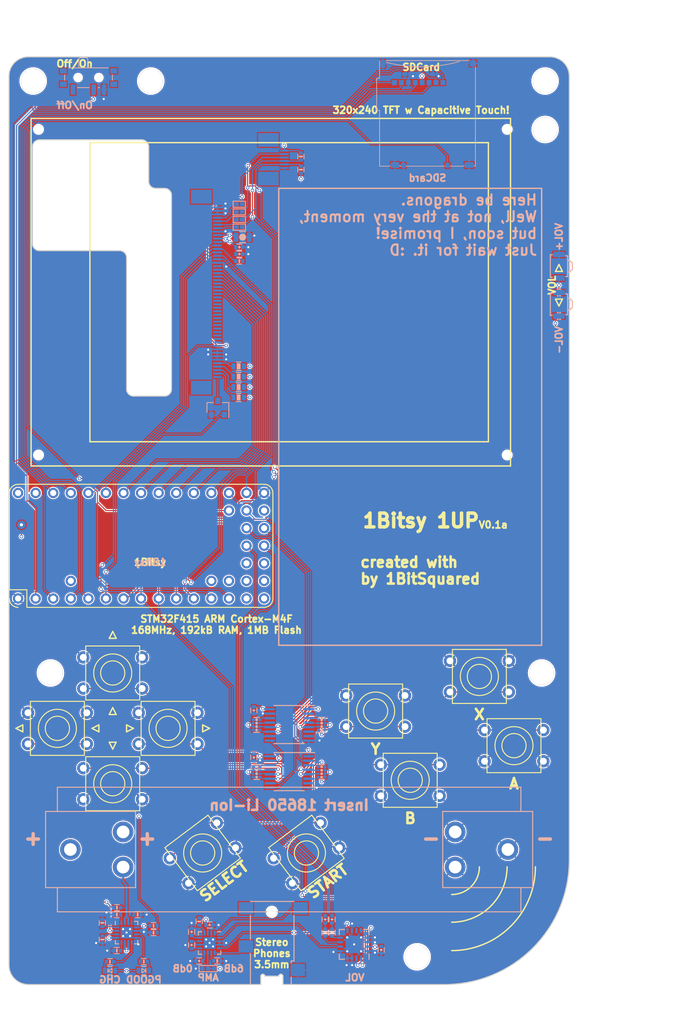
<source format=kicad_pcb>
(kicad_pcb (version 20221018) (generator pcbnew)
  (title_block (title "1Bitsy 1UP Retro Inspired Handheld Console") (rev "V0.1a") (company "1BitSquared") (comment 1 "(C) 2017 Piotr Esden-Tempski <piotr@esden.net>") (comment 2 "(C) 2017 1BitSquared LLC <info@1bitsquared.com>") (comment 3 "License: CC-BY-SA V4.0"))
  (layers (0 "F.Cu" signal) (1 "In1.Cu" signal) (2 "In2.Cu" signal) (31 "B.Cu" signal) (34 "B.Paste" user) (35 "F.Paste" user) (36 "B.SilkS" user "B.Silkscreen") (37 "F.SilkS" user "F.Silkscreen") (38 "B.Mask" user) (39 "F.Mask" user) (44 "Edge.Cuts" user))
  (net 0 "")
  (net 1 "GND")
  (net 2 "/AUDIO_L")
  (net 3 "Net-(C4-Pad2)")
  (net 4 "/AUDIO_R")
  (net 5 "Net-(C5-Pad2)")
  (net 6 "Net-(C6-Pad1)")
  (net 7 "Net-(C6-Pad2)")
  (net 8 "+3V3")
  (net 9 "Net-(C8-Pad2)")
  (net 10 "Net-(C9-Pad2)")
  (net 11 "/SDIO_CD")
  (net 12 "/SDIO_D2")
  (net 13 "/SDIO_D3")
  (net 14 "/SDIO_CMD")
  (net 15 "/SDIO_CK")
  (net 16 "/SDIO_D0")
  (net 17 "/SDIO_D1")
  (net 18 "+5V")
  (net 19 "Net-(D1-PadC)")
  (net 20 "Net-(D2-PadC)")
  (net 21 "Net-(J1-Pad2)")
  (net 22 "/VOL/TOUCH_SDA")
  (net 23 "Net-(J2-Pad2)")
  (net 24 "Net-(J3-Pad2)")
  (net 25 "/LCD_RST")
  (net 26 "Net-(J4-Pad2)")
  (net 27 "+BATT")
  (net 28 "/USB_V+")
  (net 29 "/LED1A")
  (net 30 "/LED2A")
  (net 31 "/LED3A")
  (net 32 "/LED4A")
  (net 33 "/LCD_CS")
  (net 34 "/BB")
  (net 35 "/BY")
  (net 36 "/BSELECT")
  (net 37 "/BSTART")
  (net 38 "/BUP")
  (net 39 "/BDOWN")
  (net 40 "/BLEFT")
  (net 41 "/BRIGHT")
  (net 42 "/VOL/TOUCH_SCL")
  (net 43 "/BA")
  (net 44 "/BX")
  (net 45 "/BVol-")
  (net 46 "/BVol+")
  (net 47 "Net-(R13-Pad2)")
  (net 48 "Net-(R14-Pad1)")
  (net 49 "Net-(R15-Pad1)")
  (net 50 "Net-(R17-Pad1)")
  (net 51 "Net-(R18-Pad1)")
  (net 52 "Net-(R19-Pad1)")
  (net 53 "Net-(R20-Pad1)")
  (net 54 "Net-(R22-Pad1)")
  (net 55 "Net-(R23-Pad1)")
  (net 56 "/LCD_BACK_LIGHT")
  (net 57 "/LCD_TOUCH_IRQ")
  (net 58 "/LCD_D0")
  (net 59 "/LCD_D1")
  (net 60 "/LCD_RD")
  (net 61 "/LCD_WR")
  (net 62 "/LCD_D2")
  (net 63 "/LCD_D3")
  (net 64 "/LCD_D4")
  (net 65 "/LCD_D5")
  (net 66 "/LCD_D6")
  (net 67 "/LCD_D7")
  (net 68 "/LCD_C/D")
  (net 69 "/LCD_TE")
  (net 70 "/BDAT")
  (net 71 "/BCLK")
  (net 72 "/BLATCH")
  (net 73 "/LCD_BL")
  (net 74 "Net-(U4-Pad10)")
  (net 75 "Net-(R10-Pad5)")
  (net 76 "Net-(R10-Pad7)")
  (net 77 "Net-(R11-Pad3)")
  (net 78 "Net-(R11-Pad1)")
  (net 79 "/AL_ATT")
  (net 80 "/AR_ATT")
  (net 81 "/AL_AMP")
  (net 82 "/AR_AMP")
  (net 83 "/~{CHG}")
  (net 84 "/~{PGOOD}")
  (net 85 "Net-(U5-Pad7)")
  (net 86 "Net-(U4-Pad7)")
  (net 87 "Net-(U8-Pad11)")
  (net 88 "/SYSOFF")
  (net 89 "/V_BATT")
  (net 90 "Net-(J7-Pad4)")
  (net 91 "Net-(U2-Pad11)")
  (net 92 "Net-(U2-Pad12)")
  (net 93 "Net-(U2-Pad13)")
  (net 94 "Net-(U2-Pad14)")
  (net 95 "Net-(U2-Pad15)")
  (net 96 "Net-(U2-Pad16)")
  (net 97 "Net-(U2-Pad17)")
  (net 98 "Net-(U2-Pad18)")
  (net 99 "Net-(U2-Pad19)")
  (net 100 "Net-(U2-Pad20)")
  (net 101 "Net-(U2-Pad21)")
  (net 102 "Net-(U2-Pad22)")
  (net 103 "Net-(U2-Pad23)")
  (net 104 "Net-(U2-Pad24)")
  (net 105 "Net-(U2-Pad33)")
  (net 106 "Net-(U1-Pad31)")
  (net 107 "Net-(U1-Pad32)")
  (net 108 "Net-(U1-Pad33)")
  (net 109 "Net-(U1-Pad34)")
  (net 110 "Net-(U1-Pad40)")
  (net 111 "Net-(U1-Pad41)")
  (net 112 "Net-(U1-Pad42)")
  (net 113 "Net-(SW11-Pad1)")
  (footprint "pkl_pads:PAD_MILL-MAX_0906" (layer "F.Cu") (at 31.8 97.6)
    (fp_text reference "P1" hide)
    (fp_text value "PogoPin" hide)
  )
  (footprint "pkl_buttons_switches:Tact_Switch_Top_TH_7.8MM_Snap" (layer "F.Cu") (at 45 119 180)
    (fp_text reference "SW1")
    (fp_text value "UP")
  )
  (footprint "pkl_buttons_switches:Tact_Switch_Top_TH_7.8MM_Snap" (layer "F.Cu") (at 83 124.5 180)
    (fp_text reference "SW2")
    (fp_text value "Y")
  )
  (footprint "pkl_buttons_switches:Tact_Switch_Top_TH_7.8MM_Snap" (layer "F.Cu") (at 37 127 180)
    (fp_text reference "SW3")
    (fp_text value "LEFT")
  )
  (footprint "pkl_buttons_switches:Tact_Switch_Top_TH_7.8MM_Snap" (layer "F.Cu") (at 53 127 180)
    (fp_text reference "SW4")
    (fp_text value "RIGHT")
  )
  (footprint "pkl_buttons_switches:Tact_Switch_Top_TH_7.8MM_Snap" (layer "F.Cu") (at 98 119.5 180)
    (fp_text reference "SW5")
    (fp_text value "X")
  )
  (footprint "pkl_buttons_switches:Tact_Switch_Top_TH_7.8MM_Snap" (layer "F.Cu") (at 103 129.5)
    (fp_text reference "SW6")
    (fp_text value "A")
  )
  (footprint "pkl_buttons_switches:Tact_Switch_Top_TH_7.8MM_Snap" (layer "F.Cu") (at 58 145 37)
    (fp_text reference "SW7")
    (fp_text value "SELECT")
  )
  (footprint "pkl_buttons_switches:Tact_Switch_Top_TH_7.8MM_Snap" (layer "F.Cu") (at 45 135)
    (fp_text reference "SW8")
    (fp_text value "DOWN")
  )
  (footprint "pkl_buttons_switches:Tact_Switch_Top_TH_7.8MM_Snap" (layer "F.Cu") (at 88 134.5)
    (fp_text reference "SW9")
    (fp_text value "B")
  )
  (footprint "pkl_buttons_switches:Tact_Switch_Top_TH_7.8MM_Snap" (layer "F.Cu") (at 73 145 37)
    (fp_text reference "SW10")
    (fp_text value "START")
  )
  (footprint "1bitsy:1bitsy-sl-1xx-xx-19" (layer "F.Cu") (at 31.320958 108.253084 90)
    (fp_text reference "U1" hide)
    (fp_text value "1bitsy-complete-concise" hide)
  )
  (footprint "Mounting_Holes:MountingHole_3-5mm" (layer "F.Cu") (at 107.5 33.5)
    (fp_text reference "REF**" hide)
    (fp_text value "MountingHole_3-5mm" hide)
  )
  (footprint "Mounting_Holes:MountingHole_3-5mm" (layer "F.Cu") (at 33.5 33.5)
    (fp_text reference "REF**" hide)
    (fp_text value "MountingHole_3-5mm" hide)
  )
  (footprint "Mounting_Holes:MountingHole_3-5mm" (layer "F.Cu") (at 107.5 40.5)
    (fp_text reference "REF**" hide)
    (fp_text value "MountingHole_3-5mm" hide)
  )
  (footprint "Mounting_Holes:MountingHole_3-5mm" (layer "F.Cu") (at 50.5 33.5)
    (fp_text reference "REF**" hide)
    (fp_text value "MountingHole_3-5mm" hide)
  )
  (footprint "Mounting_Holes:MountingHole_3-5mm" (layer "F.Cu") (at 89 160)
    (fp_text reference "REF**" hide)
    (fp_text value "MountingHole_3-5mm" hide)
  )
  (footprint "Mounting_Holes:MountingHole_3-5mm" (layer "F.Cu") (at 107 119)
    (fp_text reference "REF**" hide)
    (fp_text value "MountingHole_3-5mm" hide)
  )
  (footprint "Mounting_Holes:MountingHole_3-5mm" (layer "F.Cu") (at 36 119)
    (fp_text reference "REF**" hide)
    (fp_text value "MountingHole_3-5mm" hide)
  )
  (footprint "pkl_misc:ER-TFT028-4-mechanical" (layer "F.Cu") (at 70.5 64 -90)
    (fp_text reference "REF**" hide)
    (fp_text value "ER-TFT028-4-mechanical")
  )
  (footprint "pkl_dipol:C_0805" (layer "B.Cu") (at 63.775 56.05 180)
    (fp_text reference "C1")
    (fp_text value "10u")
  )
  (footprint "pkl_dipol:C_0402" (layer "B.Cu") (at 63.3 58.5 180)
    (fp_text reference "C2")
    (fp_text value "100n")
  )
  (footprint "pkl_dipol:C_0402" (layer "B.Cu") (at 63.3 57.5 180)
    (fp_text reference "C3")
    (fp_text value "100n")
  )
  (footprint "pkl_dipol:C_0402" (layer "B.Cu") (at 75.7 154.6 -90)
    (fp_text reference "C4")
    (fp_text value "1u")
  )
  (footprint "pkl_dipol:C_0402" (layer "B.Cu") (at 76.7 154.6 -90)
    (fp_text reference "C5")
    (fp_text value "1u")
  )
  (footprint "pkl_dipol:C_0402" (layer "B.Cu") (at 56.4 158.3 90)
    (fp_text reference "C6")
    (fp_text value "1u")
  )
  (footprint "pkl_dipol:C_0402" (layer "B.Cu") (at 59 155.4 180)
    (fp_text reference "C7")
    (fp_text value "1u")
  )
  (footprint "pkl_dipol:C_0402" (layer "B.Cu") (at 56.4 156.4 -90)
    (fp_text reference "C8")
    (fp_text value "2u2")
  )
  (footprint "pkl_dipol:C_0402" (layer "B.Cu") (at 57.5 160.6)
    (fp_text reference "C9")
    (fp_text value "1u")
  )
  (footprint "pkl_misc:SCHA4B0419" (layer "B.Cu") (at 90.5 45.8)
    (fp_text reference "CON1")
    (fp_text value "pkl_Micro_SD")
  )
  (footprint "pkl_dipol:D_0603" (layer "B.Cu") (at 44.6 162)
    (fp_text reference "D1")
    (fp_text value "YEL")
  )
  (footprint "pkl_dipol:D_0603" (layer "B.Cu") (at 49.5 162 180)
    (fp_text reference "D2")
    (fp_text value "GRN")
  )
  (footprint "pkl_jumpers:J_0402" (layer "B.Cu") (at 63.3 54.6 180)
    (fp_text reference "J1")
    (fp_text value "pkl_jumper" hide)
  )
  (footprint "pkl_jumpers:J_0402" (layer "B.Cu") (at 63.3 53.5 180)
    (fp_text reference "J2")
    (fp_text value "pkl_jumper" hide)
  )
  (footprint "pkl_jumpers:J_0402" (layer "B.Cu") (at 63.3 52.4 180)
    (fp_text reference "J3")
    (fp_text value "pkl_jumper" hide)
  )
  (footprint "pkl_jumpers:J_0402" (layer "B.Cu") (at 63.3 51.3 180)
    (fp_text reference "J4")
    (fp_text value "pkl_jumper" hide)
  )
  (footprint "pkl_jumpers:J_0602" (layer "B.Cu") (at 58.8 161.7)
    (fp_text reference "J6")
    (fp_text value "Jumper_Dual" hide)
  )
  (footprint "pkl_connectors:SJ2-35853B-SMT" (layer "B.Cu") (at 68 158 90)
    (fp_text reference "J7")
    (fp_text value "pkl_JACK_3C1S" hide)
  )
  (footprint "TO_SOT_Packages_SMD:SOT-23" (layer "B.Cu") (at 60.2 80.7 90)
    (fp_text reference "Q1")
    (fp_text value "NMOS")
  )
  (footprint "pkl_dipol:R_0603" (layer "B.Cu") (at 63.2 79.2)
    (fp_text reference "R1")
    (fp_text value "10E")
  )
  (footprint "pkl_dipol:R_0603" (layer "B.Cu") (at 63.2 77.7)
    (fp_text reference "R2")
    (fp_text value "10E")
  )
  (footprint "pkl_dipol:R_0603" (layer "B.Cu") (at 63.2 76.2)
    (fp_text reference "R3")
    (fp_text value "10E")
  )
  (footprint "pkl_dipol:R_0603" (layer "B.Cu") (at 63.2 74.7)
    (fp_text reference "R4")
    (fp_text value "10E")
  )
  (footprint "pkl_dipol:R_0402" (layer "B.Cu") (at 63.3 59.5 180)
    (fp_text reference "R5")
    (fp_text value "10k")
  )
  (footprint "pkl_dipol:R_Array_Convex_4x0402" (layer "B.Cu") (at 75.2 133.3 90)
    (fp_text reference "R6")
    (fp_text value "10k")
  )
  (footprint "pkl_dipol:R_Array_Convex_4x0402" (layer "B.Cu") (at 65.8 133.3 -90)
    (fp_text reference "R7")
    (fp_text value "10k")
  )
  (footprint "pkl_dipol:R_0402" (layer "B.Cu") (at 72.2 46.3 90)
    (fp_text reference "R8")
    (fp_text value "10k")
  )
  (footprint "pkl_dipol:R_0402" (layer "B.Cu") (at 72.2 44.4 -90)
    (fp_text reference "R9")
    (fp_text value "10k")
  )
  (footprint "pkl_dipol:R_Array_Convex_4x0402" (layer "B.Cu") (at 75.2 126.5 90)
    (fp_text reference "R10")
    (fp_text value "10k")
  )
  (footprint "pkl_dipol:R_Array_Convex_4x0402" (layer "B.Cu") (at 65.8 126.5 -90)
    (fp_text reference "R11")
    (fp_text value "10k")
  )
  (footprint "pkl_dipol:R_0402" (layer "B.Cu") (at 45.6 152.9 180)
    (fp_text reference "R12")
    (fp_text value "10k")
  )
  (footprint "pkl_dipol:R_0402" (layer "B.Cu") (at 57.5 154.9 -90)
    (fp_text reference "R13")
    (fp_text value "10k")
  )
  (footprint "pkl_dipol:R_0402" (layer "B.Cu") (at 75.7 156.5 90)
    (fp_text reference "R14")
    (fp_text value "50E")
  )
  (footprint "pkl_dipol:R_0402" (layer "B.Cu") (at 76.7 156.5 90)
    (fp_text reference "R15")
    (fp_text value "50E")
  )
  (footprint "pkl_dipol:R_0402" (layer "B.Cu") (at 44.6 160.7)
    (fp_text reference "R16")
    (fp_text value "10k")
  )
  (footprint "pkl_dipol:R_0402" (layer "B.Cu") (at 45.6 153.9 180)
    (fp_text reference "R17")
    (fp_text value "10k")
  )
  (footprint "pkl_dipol:R_0402" (layer "B.Cu") (at 43.5 157.5 -90)
    (fp_text reference "R18")
    (fp_text value "0E")
  )
  (footprint "pkl_dipol:R_0402" (layer "B.Cu") (at 43.5 155.1 90)
    (fp_text reference "R19")
    (fp_text value "590E")
  )
  (footprint "pkl_dipol:R_0402" (layer "B.Cu") (at 45.6 159.1 180)
    (fp_text reference "R20")
    (fp_text value "1k1")
  )
  (footprint "pkl_dipol:R_0402" (layer "B.Cu") (at 49.5 160.7 180)
    (fp_text reference "R21")
    (fp_text value "10k")
  )
  (footprint "pkl_dipol:R_0402" (layer "B.Cu") (at 48.6 153.9)
    (fp_text reference "R22")
    (fp_text value "10k")
  )
  (footprint "pkl_dipol:R_0402" (layer "B.Cu") (at 60.1 160.6)
    (fp_text reference "R23")
    (fp_text value "10k")
  )
  (footprint "pkl_buttons_switches:SW_SPDT_PCM12" (layer "B.Cu") (at 41.5 33)
    (fp_text reference "SW11")
    (fp_text value "pkl_SWITCH-SPDT")
  )
  (footprint "pkl_buttons_switches:Tact_Switch_Side_B3U-3000P" (layer "B.Cu") (at 109.5 60.25)
    (fp_text reference "SW12")
    (fp_text value "~")
  )
  (footprint "pkl_buttons_switches:Tact_Switch_Side_B3U-3000P" (layer "B.Cu") (at 109.5 65.75)
    (fp_text reference "SW13")
    (fp_text value "~")
  )
  (footprint "pkl_connectors:ER-CON50HT" (layer "B.Cu") (at 57.8 64 90)
    (fp_text reference "U2")
    (fp_text value "lcd_50pin_logic")
  )
  (footprint "pkl_connectors:ER-CON06HB" (layer "B.Cu") (at 67.5 44.8 90)
    (fp_text reference "U3")
    (fp_text value "lcd_cap_touch_buydisplay")
  )
  (footprint "pkl_housings_sop:TSSOP-16_4.4x5mm_Pitch0.65mm" (layer "B.Cu") (at 70.5 133.3 180)
    (fp_text reference "U4")
    (fp_text value "74HC165")
  )
  (footprint "pkl_housings_sop:TSSOP-16_4.4x5mm_Pitch0.65mm" (layer "B.Cu") (at 70.5 126.5 180)
    (fp_text reference "U5")
    (fp_text value "74HC165")
  )
  (footprint "pkl_housings_dfn_qfn:QFN-16-1EP_3x3mm_Pitch0.5mm" (layer "B.Cu") (at 47 156.5 -90)
    (fp_text reference "U6")
    (fp_text value "BQ24075")
  )
  (footprint "pkl_housings_dfn_qfn:QFN-16-1EP_3x3mm_Pitch0.5mm" (layer "B.Cu") (at 59 158 180)
    (fp_text reference "U7")
    (fp_text value "TPA6135A2")
  )
  (footprint "pkl_housings_dfn_qfn:QFN-16-1EP_4x4mm_Pitch0.65mm" (layer "B.Cu") (at 79.9 158.2 90)
    (fp_text reference "U8")
    (fp_text value "MCP4661-103E/ML")
  )
  (footprint "pkl_misc:BATTERY_CLIP_18650" (layer "B.Cu") (at 70.5 144.5)
    (fp_text reference "BT1")
    (fp_text value "Battery_Cell")
  )
  (footprint "pkl_dipol:C_0402" (layer "B.Cu") (at 65.4 131.2 90)
    (fp_text reference "C10")
    (fp_text value "100n")
  )
  (footprint "pkl_dipol:C_0402" (layer "B.Cu") (at 65.4 124.4 90)
    (fp_text reference "C11")
    (fp_text value "100n")
  )
  (footprint "pkl_dipol:C_0402" (layer "B.Cu") (at 83.8 159 90)
    (fp_text reference "C12")
    (fp_text value "100n")
  )
  (footprint "pkl_dipol:R_0402" (layer "B.Cu") (at 50.9 155.5)
    (fp_text reference "R24")
    (fp_text value "4k7")
  )
  (footprint "pkl_dipol:R_0402" (layer "B.Cu") (at 50.9 156.5 180)
    (fp_text reference "R25")
    (fp_text value "10k")
  )
  (gr_line (start 107 49) (end 107 115) (stroke (width 0.2)) (layer "B.SilkS"))
  (gr_line (start 69 115) (end 69 49) (stroke (width 0.2)) (layer "B.SilkS"))
  (gr_line (start 69 49) (end 107 49) (stroke (width 0.2)) (layer "B.SilkS"))
  (gr_line (start 107 115) (end 69 115) (stroke (width 0.2)) (layer "B.SilkS"))
  (gr_arc (start 102 147) (mid 99.656854 152.656854) (end 94 155) (stroke (width 0.2)) (layer "F.SilkS"))
  (gr_line (start 43 126.5) (end 43 127.5) (stroke (width 0.2)) (layer "F.SilkS"))
  (gr_line (start 32 127.5) (end 31 127) (stroke (width 0.2)) (layer "F.SilkS"))
  (gr_line (start 45 114) (end 44.5 114) (stroke (width 0.2)) (layer "F.SilkS"))
  (gr_line (start 45.5 114) (end 45 114) (stroke (width 0.2)) (layer "F.SilkS"))
  (gr_line (start 110 65) (end 109 65) (stroke (width 0.2)) (layer "F.SilkS"))
  (gr_line (start 102.5 89.1) (end 33.2 89.1) (stroke (width 0.2)) (layer "F.SilkS"))
  (gr_line (start 45.5 125) (end 44.5 125) (stroke (width 0.2)) (layer "F.SilkS"))
  (gr_line (start 42 127) (end 43 126.5) (stroke (width 0.2)) (layer "F.SilkS"))
  (gr_line (start 41.7 42.4) (end 99.3 42.4) (stroke (width 0.2)) (layer "F.SilkS"))
  (gr_line (start 45.5 129) (end 45 130) (stroke (width 0.2)) (layer "F.SilkS"))
  (gr_line (start 102.5 38.9) (end 102.5 89.1) (stroke (width 0.2)) (layer "F.SilkS"))
  (gr_line (start 44.5 129) (end 45.5 129) (stroke (width 0.2)) (layer "F.SilkS"))
  (gr_line (start 41.7 85.6) (end 41.7 42.4) (stroke (width 0.2)) (layer "F.SilkS"))
  (gr_line (start 58 127.5) (end 58 126.5) (stroke (width 0.2)) (layer "F.SilkS"))
  (gr_line (start 48 127) (end 47 127.5) (stroke (width 0.2)) (layer "F.SilkS"))
  (gr_line (start 47 127.5) (end 47 126.5) (stroke (width 0.2)) (layer "F.SilkS"))
  (gr_line (start 31 127) (end 32 126.5) (stroke (width 0.2)) (layer "F.SilkS"))
  (gr_line (start 109 61) (end 110 61) (stroke (width 0.2)) (layer "F.SilkS"))
  (gr_line (start 45 113) (end 45.5 114) (stroke (width 0.2)) (layer "F.SilkS"))
  (gr_line (start 44.5 114) (end 45 113) (stroke (width 0.2)) (layer "F.SilkS"))
  (gr_arc (start 106.1 147) (mid 102.555992 155.555992) (end 94 159.1) (stroke (width 0.2)) (layer "F.SilkS"))
  (gr_line (start 44.5 125) (end 45 124) (stroke (width 0.2)) (layer "F.SilkS"))
  (gr_line (start 43 127.5) (end 42 127) (stroke (width 0.2)) (layer "F.SilkS"))
  (gr_line (start 45 130) (end 44.5 129) (stroke (width 0.2)) (layer "F.SilkS"))
  (gr_line (start 109.5 60) (end 109 61) (stroke (width 0.2)) (layer "F.SilkS"))
  (gr_line (start 45 124) (end 45.5 125) (stroke (width 0.2)) (layer "F.SilkS"))
  (gr_line (start 109 65) (end 109.5 66) (stroke (width 0.2)) (layer "F.SilkS"))
  (gr_line (start 33.2 38.9) (end 102.5 38.9) (stroke (width 0.2)) (layer "F.SilkS"))
  (gr_line (start 110 61) (end 109.5 60) (stroke (width 0.2)) (layer "F.SilkS"))
  (gr_arc (start 98 147) (mid 96.828427 149.828427) (end 94 151) (stroke (width 0.2)) (layer "F.SilkS"))
  (gr_line (start 33.2 89.1) (end 33.2 38.9) (stroke (width 0.2)) (layer "F.SilkS"))
  (gr_line (start 99.3 85.6) (end 41.7 85.6) (stroke (width 0.2)) (layer "F.SilkS"))
  (gr_line (start 99.3 42.4) (end 99.3 85.6) (stroke (width 0.2)) (layer "F.SilkS"))
  (gr_line (start 47 126.5) (end 48 127) (stroke (width 0.2)) (layer "F.SilkS"))
  (gr_line (start 32 126.5) (end 32 127.5) (stroke (width 0.2)) (layer "F.SilkS"))
  (gr_line (start 109.5 66) (end 110 65) (stroke (width 0.2)) (layer "F.SilkS"))
  (gr_line (start 59 127) (end 58 127.5) (stroke (width 0.2)) (layer "F.SilkS"))
  (gr_line (start 58 126.5) (end 59 127) (stroke (width 0.2)) (layer "F.SilkS"))
  (gr_line (start 66.391698 164) (end 32.8 164) (stroke (width 0.15)) (layer "Edge.Cuts"))
  (gr_line (start 30 161.2) (end 30 32.8) (stroke (width 0.15)) (layer "Edge.Cuts"))
  (gr_arc (start 46 58) (mid 46.707107 58.292893) (end 47 59) (stroke (width 0.15)) (layer "Edge.Cuts"))
  (gr_arc (start 111 146) (mid 105.727922 158.727922) (end 93 164) (stroke (width 0.15)) (layer "Edge.Cuts"))
  (gr_line (start 34.4 42) (end 49.2 42) (stroke (width 0.15)) (layer "Edge.Cuts"))
  (gr_line (start 52.5 79) (end 48 79) (stroke (width 0.15)) (layer "Edge.Cuts"))
  (gr_line (start 111 32.8) (end 111 146) (stroke (width 0.15)) (layer "Edge.Cuts"))
  (gr_arc (start 49.2 42) (mid 49.907107 42.292893) (end 50.2 43) (stroke (width 0.15)) (layer "Edge.Cuts"))
  (gr_line (start 47 78) (end 47 59) (stroke (width 0.15)) (layer "Edge.Cuts"))
  (gr_line (start 69.6 162.8) (end 69.6 164) (stroke (width 0.15)) (layer "Edge.Cuts"))
  (gr_line (start 33.4 57) (end 33.4 43) (stroke (width 0.15)) (layer "Edge.Cuts"))
  (gr_line (start 50.2 43) (end 50.2 48) (stroke (width 0.15)) (layer "Edge.Cuts"))
  (gr_arc (start 69 162.8) (mid 69.3 162.5) (end 69.6 162.8) (stroke (width 0.15)) (layer "Edge.Cuts"))
  (gr_arc (start 48 79) (mid 47.292893 78.707107) (end 47 78) (stroke (width 0.15)) (layer "Edge.Cuts"))
  (gr_arc (start 34.4 58) (mid 33.692893 57.707107) (end 33.4 57) (stroke (width 0.15)) (layer "Edge.Cuts"))
  (gr_line (start 93 164) (end 69.6 164) (stroke (width 0.15)) (layer "Edge.Cuts"))
  (gr_line (start 46 58) (end 34.4 58) (stroke (width 0.15)) (layer "Edge.Cuts"))
  (gr_line (start 67 162.8) (end 69 162.8) (stroke (width 0.15)) (layer "Edge.Cuts"))
  (gr_arc (start 32.8 164) (mid 30.820101 163.179899) (end 30 161.2) (stroke (width 0.15)) (layer "Edge.Cuts"))
  (gr_arc (start 30 32.8) (mid 30.785078 30.855755) (end 32.700064 30.001784) (stroke (width 0.15)) (layer "Edge.Cuts"))
  (gr_line (start 32.7 30) (end 108.2 30) (stroke (width 0.15)) (layer "Edge.Cuts"))
  (gr_line (start 53.5 50) (end 53.5 78) (stroke (width 0.15)) (layer "Edge.Cuts"))
  (gr_arc (start 51.2 49) (mid 50.492893 48.707107) (end 50.2 48) (stroke (width 0.15)) (layer "Edge.Cuts"))
  (gr_arc (start 33.4 43) (mid 33.692893 42.292893) (end 34.4 42) (stroke (width 0.15)) (layer "Edge.Cuts"))
  (gr_arc (start 53.5 78) (mid 53.207107 78.707107) (end 52.5 79) (stroke (width 0.15)) (layer "Edge.Cuts"))
  (gr_line (start 51.2 49) (end 52.5 49) (stroke (width 0.15)) (layer "Edge.Cuts"))
  (gr_line (start 66.4 164) (end 66.4 162.8) (stroke (width 0.15)) (layer "Edge.Cuts"))
  (gr_arc (start 66.4 162.8) (mid 66.7 162.5) (end 67 162.8) (stroke (width 0.15)) (layer "Edge.Cuts"))
  (gr_arc (start 52.5 49) (mid 53.207107 49.292893) (end 53.5 50) (stroke (width 0.15)) (layer "Edge.Cuts"))
  (gr_arc (start 108.2 30) (mid 110.179899 30.820101) (end 111 32.8) (stroke (width 0.15)) (layer "Edge.Cuts"))
  (gr_text "1Bitsy" (at 50.4 103) (layer "B.SilkS") (effects (font (size 1 1) (thickness 0.25)) (justify mirror)))
  (gr_text "CHG" (at 44.6 163.3) (layer "B.SilkS") (effects (font (size 1 1) (thickness 0.25)) (justify mirror)))
  (gr_text "VOL" (at 80 163) (layer "B.SilkS") (effects (font (size 1 1) (thickness 0.25)) (justify mirror)))
  (gr_text "VOL+" (at 109.5 56 90) (layer "B.SilkS") (effects (font (size 1 1) (thickness 0.25)) (justify mirror)))
  (gr_text "VOL-" (at 109.5 70.9 90) (layer "B.SilkS") (effects (font (size 1 1) (thickness 0.25)) (justify mirror)))
  (gr_text "On/Off" (at 39.5 37) (layer "B.SilkS") (effects (font (size 1 1) (thickness 0.25)) (justify mirror)))
  (gr_text "SDCard" (at 90.5 47.5) (layer "B.SilkS") (effects (font (size 1 1) (thickness 0.25)) (justify mirror)))
  (gr_text "Insert 18650 Li-Ion" (at 70.5 138.1) (layer "B.SilkS") (effects (font (size 1.5 1.5) (thickness 0.375)) (justify mirror)))
  (gr_text "-" (at 91 142.85) (layer "B.SilkS") (effects (font (size 2 2) (thickness 0.5)) (justify mirror)))
  (gr_text "+" (at 33.5 142.85) (layer "B.SilkS") (effects (font (size 2 2) (thickness 0.5)) (justify mirror)))
  (gr_text "-" (at 107.5 142.85) (layer "B.SilkS") (effects (font (size 2 2) (thickness 0.5)) (justify mirror)))
  (gr_text "6dB" (at 60.9 161.7) (layer "B.SilkS") (effects (font (size 1 1) (thickness 0.25)) (justify right mirror)))
  (gr_text "0dB" (at 56.7 161.7) (layer "B.SilkS") (effects (font (size 1 1) (thickness 0.25)) (justify left mirror)))
  (gr_text "+" (at 50 142.85) (layer "B.SilkS") (effects (font (size 2 2) (thickness 0.5)) (justify mirror)))
  (gr_text "PGOOD" (at 49.5 163.3) (layer "B.SilkS") (effects (font (size 1 1) (thickness 0.25)) (justify mirror)))
  (gr_text "Here be dragons.\nWell, not at the very moment,\nbut soon, I promise!\nJust wait for it. :D" (at 106.5 54.3) (layer "B.SilkS") (effects (font (size 1.5 1.5) (thickness 0.3)) (justify left mirror)))
  (gr_text "AMP" (at 58.8 163) (layer "B.SilkS") (effects (font (size 1 1) (thickness 0.25)) (justify mirror)))
  (gr_text "B" (at 88 140) (layer "F.SilkS") (effects (font (size 1.5 1.5) (thickness 0.375))))
  (gr_text "Y" (at 83 130) (layer "F.SilkS") (effects (font (size 1.5 1.5) (thickness 0.375))))
  (gr_text "X" (at 98 125) (layer "F.SilkS") (effects (font (size 1.5 1.5) (thickness 0.375))))
  (gr_text "SELECT" (at 61.1 149.1 37) (layer "F.SilkS") (effects (font (size 1.5 1.5) (thickness 0.375))))
  (gr_text "START" (at 76.1 149.1 37) (layer "F.SilkS") (effects (font (size 1.5 1.5) (thickness 0.375))))
  (gr_text "VOL" (at 108.5 63 90) (layer "F.SilkS") (effects (font (size 1 1) (thickness 0.25))))
  (gr_text "Off/On" (at 39.5 31) (layer "F.SilkS") (effects (font (size 1 1) (thickness 0.25))))
  (gr_text "SDCard" (at 89.6 31.5) (layer "F.SilkS") (effects (font (size 1 1) (thickness 0.25))))
  (gr_text "Stereo\nPhones\n3.5mm" (at 68 159.5) (layer "F.SilkS") (effects (font (size 1 1) (thickness 0.25))))
  (gr_text "320x240 TFT w Capacitive Touch!" (at 102.5 37.7) (layer "F.SilkS") (effects (font (size 1 1) (thickness 0.25)) (justify right)))
  (gr_text "STM32F415 ARM Cortex-M4F\n168MHz, 192kB RAM, 1MB Flash" (at 60 112) (layer "F.SilkS") (effects (font (size 1 1) (thickness 0.25))))
  (gr_text "created with \nby 1BitSquared" (at 80.6 104.2) (layer "F.SilkS") (effects (font (size 1.5 1.5) (thickness 0.375)) (justify left)))
  (gr_text "V0.1a" (at 100 97.6) (layer "F.SilkS") (effects (font (size 1 1) (thickness 0.25))))
  (gr_text "1Bitsy" (at 50.4 103) (layer "F.SilkS") (effects (font (size 1 1) (thickness 0.25))))
  (gr_text "A" (at 103 135) (layer "F.SilkS") (effects (font (size 1.5 1.5) (thickness 0.375))))
  (gr_text "1Bitsy 1UP" (at 80.9 97) (layer "F.SilkS") (effects (font (size 2 2) (thickness 0.5)) (justify left)))
  (via (at 56.4 155.1) (size 0.5) (drill 0.3) (layers "F.Cu" "B.Cu") (net 1))
  (via (at 61.4 73) (size 0.5) (drill 0.3) (layers "F.Cu" "B.Cu") (net 1))
  (via (at 42.6 158) (size 0.5) (drill 0.3) (layers "F.Cu" "B.Cu") (net 1))
  (via (at 92.1 32.8) (size 0.5) (drill 0.3) (layers "F.Cu" "B.Cu") (net 1))
  (via (at 88.4 32.8) (size 0.5) (drill 0.3) (layers "F.Cu" "B.Cu") (net 1))
  (via (at 61.4 60.3) (size 0.5) (drill 0.3) (layers "F.Cu" "B.Cu") (net 1))
  (via (at 61.3 52.6) (size 0.5) (drill 0.3) (layers "F.Cu" "B.Cu") (net 1))
  (via (at 82.9 159.4) (size 0.5) (drill 0.3) (layers "F.Cu" "B.Cu") (net 1))
  (via (at 48.7 158.2) (size 0.5) (drill 0.3) (layers "F.Cu" "B.Cu") (net 1))
  (via (at 56.2 160.6) (size 0.5) (drill 0.3) (layers "F.Cu" "B.Cu") (net 1))
  (via (at 64.6 57.5) (size 0.5) (drill 0.3) (layers "F.Cu" "B.Cu") (net 1))
  (via (at 44.2 159.1) (size 0.5) (drill 0.3) (layers "F.Cu" "B.Cu") (net 1))
  (via (at 55.5 158.3) (size 0.5) (drill 0.3) (layers "F.Cu" "B.Cu") (net 1))
  (via (at 43.7 36.1) (size 0.5) (drill 0.3) (layers "F.Cu" "B.Cu") (net 1))
  (via (at 82.9 157.9) (size 0.5) (drill 0.3) (layers "F.Cu" "B.Cu") (net 1))
  (via (at 61.3 51.9) (size 0.5) (drill 0.3) (layers "F.Cu" "B.Cu") (net 1))
  (via (at 74.487796 135.577762) (size 0.5) (drill 0.3) (layers "F.Cu" "B.Cu") (net 1))
  (via (at 58.8 73) (size 0.5) (drill 0.3) (layers "F.Cu" "B.Cu") (net 1))
  (via (at 61.3 55.200008) (size 0.5) (drill 0.3) (layers "F.Cu" "B.Cu") (net 1))
  (via (at 66.287796 131.62499) (size 0.5) (drill 0.3) (layers "F.Cu" "B.Cu") (net 1))
  (via (at 49.5 156.4) (size 0.5) (drill 0.3) (layers "F.Cu" "B.Cu") (net 1))
  (via (at 64.6 58.5) (size 0.5) (drill 0.3) (layers "F.Cu" "B.Cu") (net 1))
  (via (at 65.475 55.825) (size 0.5) (drill 0.3) (layers "F.Cu" "B.Cu") (net 1))
  (via (at 66.688542 124.851996) (size 0.5) (drill 0.3) (layers "F.Cu" "B.Cu") (net 1))
  (via (at 57 161.7) (size 0.5) (drill 0.3) (layers "F.Cu" "B.Cu") (net 1))
  (via (at 79.6 161.2) (size 0.5) (drill 0.3) (layers "F.Cu" "B.Cu") (net 1))
  (via (at 76.9 159.3) (size 0.5) (drill 0.3) (layers "F.Cu" "B.Cu") (net 1))
  (via (at 49.9 153.9) (size 0.5) (drill 0.3) (layers "F.Cu" "B.Cu") (net 1))
  (via (at 61.4 158) (size 0.5) (drill 0.3) (layers "F.Cu" "B.Cu") (net 1))
  (via (at 79.6 155.2) (size 0.5) (drill 0.3) (layers "F.Cu" "B.Cu") (net 1))
  (via (at 58.8 72.3) (size 0.5) (drill 0.3) (layers "F.Cu" "B.Cu") (net 1))
  (via (at 78.8 161.2) (size 0.5) (drill 0.3) (layers "F.Cu" "B.Cu") (net 1))
  (via (at 44.1 153.6) (size 0.5) (drill 0.3) (layers "F.Cu" "B.Cu") (net 1))
  (via (at 61.4 160.6) (size 0.5) (drill 0.3) (layers "F.Cu" "B.Cu") (net 1))
  (via (at 61.3 51.2) (size 0.5) (drill 0.3) (layers "F.Cu" "B.Cu") (net 1))
  (via (at 74.888542 128.751996) (size 0.5) (drill 0.3) (layers "F.Cu" "B.Cu") (net 1))
  (via (at 60.3 155.4) (size 0.5) (drill 0.3) (layers "F.Cu" "B.Cu") (net 1))
  (via (at 61.4 73.7) (size 0.5) (drill 0.3) (layers "F.Cu" "B.Cu") (net 1))
  (via (at 82.9 157.2) (size 0.5) (drill 0.3) (layers "F.Cu" "B.Cu") (net 1))
  (segment (start 60.13 59.75) (end 60.9 59.75) (width 0.15) (layer "B.Cu") (net 1))
  (segment (start 60.425 157.75) (end 61.15 157.75) (width 0.15) (layer "B.Cu") (net 1))
  (segment (start 47.75 157.25) (end 48.425 157.25) (width 0.15) (layer "B.Cu") (net 1))
  (segment (start 43.5 154.6) (end 43.5 154.2) (width 0.15) (layer "B.Cu") (net 1))
  (segment (start 82.9 159.4) (end 83.7 159.4) (width 0.15) (layer "B.Cu") (net 1))
  (segment (start 88.125 32.525) (end 88.4 32.8) (width 0.15) (layer "B.Cu") (net 1))
  (segment (start 56.855002 158.3) (end 55.5 158.3) (width 0.15) (layer "B.Cu") (net 1))
  (segment (start 77.9 159.175) (end 77.025 159.175) (width 0.15) (layer "B.Cu") (net 1))
  (segment (start 43.5 158) (end 42.6 158) (width 0.15) (layer "B.Cu") (net 1))
  (segment (start 77.9 159.175) (end 78.875 159.175) (width 0.15) (layer "B.Cu") (net 1))
  (segment (start 66.713542 124.826996) (end 66.688542 124.851996) (width 0.15) (layer "B.Cu") (net 1))
  (segment (start 63.8 58.5) (end 64.6 58.5) (width 0.15) (layer "B.Cu") (net 1))
  (segment (start 81.9 157.225) (end 80.925 157.225) (width 0.15) (layer "B.Cu") (net 1))
  (segment (start 49.6 156.5) (end 49.5 156.4) (width 0.15) (layer "B.Cu") (net 1))
  (segment (start 63.8 57.5) (end 64.6 57.5) (width 0.15) (layer "B.Cu") (net 1))
  (segment (start 61.4 60.25) (end 61.4 60.3) (width 0.15) (layer "B.Cu") (net 1))
  (segment (start 60.13 72.25) (end 58.85 72.25) (width 0.15) (layer "B.Cu") (net 1))
  (segment (start 56.4 155.9) (end 56.4 155.1) (width 0.15) (layer "B.Cu") (net 1))
  (segment (start 78.925 161.075) (end 78.8 161.2) (width 0.15) (layer "B.Cu") (net 1))
  (segment (start 80.925 159.175) (end 80.9 159.2) (width 0.15) (layer "B.Cu") (net 1))
  (segment (start 77.025 159.175) (end 76.9 159.3) (width 0.15) (layer "B.Cu") (net 1))
  (segment (start 66.337806 131.675) (end 66.287796 131.62499) (width 0.15) (layer "B.Cu") (net 1))
  (segment (start 47.5 156) (end 47.75 156.25) (width 0.15) (layer "B.Cu") (net 1))
  (segment (start 60.13 52.25) (end 60.95 52.25) (width 0.15) (layer "B.Cu") (net 1))
  (segment (start 80.925 157.225) (end 80.9 157.2) (width 0.15) (layer "B.Cu") (net 1))
  (segment (start 48.425 157.925) (end 48.7 158.2) (width 0.15) (layer "B.Cu") (net 1))
  (segment (start 78.875 159.175) (end 78.9 159.2) (width 0.15) (layer "B.Cu") (net 1))
  (segment (start 59.05 72.75) (end 58.8 73) (width 0.15) (layer "B.Cu") (net 1))
  (segment (start 57.95 161.7) (end 57 161.7) (width 0.15) (layer "B.Cu") (net 1))
  (segment (start 79.575 161.175) (end 79.6 161.2) (width 0.15) (layer "B.Cu") (net 1))
  (segment (start 65.45 55.8) (end 65.475 55.825) (width 0.15) (layer "B.Cu") (net 1))
  (segment (start 67.988542 124.826996) (end 66.713542 124.826996) (width 0.15) (layer "B.Cu") (net 1))
  (segment (start 74.863542 128.726997) (end 74.888542 128.751996) (width 0.15) (layer "B.Cu") (net 1))
  (segment (start 48.425 156.25) (end 49.35 156.25) (width 0.15) (layer "B.Cu") (net 1))
  (segment (start 81.9 157.225) (end 82.875 157.225) (width 0.15) (layer "B.Cu") (net 1))
  (segment (start 67.7 131.675) (end 66.337806 131.675) (width 0.15) (layer "B.Cu") (net 1))
  (segment (start 47.5 157) (end 47.75 157.25) (width 0.15) (layer "B.Cu") (net 1))
  (segment (start 58.25 158.25) (end 57.575 158.25) (width 0.15) (layer "B.Cu") (net 1))
  (segment (start 59.5 155.4) (end 60.3 155.4) (width 0.15) (layer "B.Cu") (net 1))
  (segment (start 91.225 32.525) (end 91.825 32.525) (width 0.15) (layer "B.Cu") (net 1))
  (segment (start 61.15 52.75) (end 61.3 52.6) (width 0.15) (layer "B.Cu") (net 1))
  (segment (start 60.95 52.25) (end 61.3 51.9) (width 0.15) (layer "B.Cu") (net 1))
  (segment (start 79.575 160.2) (end 79.575 159.125) (width 0.15) (layer "B.Cu") (net 1))
  (segment (start 59.25 157.25) (end 59.25 156.575) (width 0.15) (layer "B.Cu") (net 1))
  (segment (start 79.575 155.225) (end 79.6 155.2) (width 0.15) (layer "B.Cu") (net 1))
  (segment (start 60.13 51.75) (end 60.75 51.75) (width 0.15) (layer "B.Cu") (net 1))
  (segment (start 60.13 52.75) (end 61.15 52.75) (width 0.15) (layer "B.Cu") (net 1))
  (segment (start 59.5 157.5) (end 59.75 157.75) (width 0.15) (layer "B.Cu") (net 1))
  (segment (start 82.675 159.175) (end 82.9 159.4) (width 0.15) (layer "B.Cu") (net 1))
  (segment (start 60.13 73.75) (end 61.35 73.75) (width 0.15) (layer "B.Cu") (net 1))
  (segment (start 43.75 34.75) (end 43.75 36.05) (width 0.15) (layer "B.Cu") (net 1))
  (segment (start 48.425 157.25) (end 48.425 157.925) (width 0.15) (layer "B.Cu") (net 1))
  (segment (start 79.575 160.2) (end 79.575 161.175) (width 0.15) (layer "B.Cu") (net 1))
  (segment (start 57 160.6) (end 56.2 160.6) (width 0.15) (layer "B.Cu") (net 1))
  (segment (start 57.575 158.25) (end 56.905002 158.25) (width 0.15) (layer "B.Cu") (net 1))
  (segment (start 61.15 73.25) (end 61.4 73) (width 0.15) (layer "B.Cu") (net 1))
  (segment (start 80.825 157.875) (end 80.525 157.575) (width 0.15) (layer "B.Cu") (net 1))
  (segment (start 44.4 153.9) (end 44.1 153.6) (width 0.15) (layer "B.Cu") (net 1))
  (segment (start 56.905002 158.25) (end 56.855002 158.3) (width 0.15) (layer "B.Cu") (net 1))
  (segment (start 58.85 72.25) (end 58.8 72.3) (width 0.15) (layer "B.Cu") (net 1))
  (segment (start 79.575 156.2) (end 79.575 157.275) (width 0.15) (layer "B.Cu") (net 1))
  (segment (start 74.462796 135.552763) (end 74.487796 135.577762) (width 0.15) (layer "B.Cu") (net 1))
  (segment (start 47.75 156.25) (end 48.425 156.25) (width 0.15) (layer "B.Cu") (net 1))
  (segment (start 60.6 160.6) (end 61.4 160.6) (width 0.15) (layer "B.Cu") (net 1))
  (segment (start 59.75 158.25) (end 60.425 158.25) (width 0.15) (layer "B.Cu") (net 1))
  (segment (start 81.9 157.875) (end 80.825 157.875) (width 0.15) (layer "B.Cu") (net 1))
  (segment (start 59.5 157.5) (end 59.25 157.25) (width 0.15) (layer "B.Cu") (net 1))
  (segment (start 78.925 160.2) (end 78.925 159.225) (width 0.15) (layer "B.Cu") (net 1))
  (segment (start 81.9 157.875) (end 82.875 157.875) (width 0.15) (layer "B.Cu") (net 1))
  (segment (start 61.15 158.25) (end 61.4 158) (width 0.15) (layer "B.Cu") (net 1))
  (segment (start 49.1 153.9) (end 49.9 153.9) (width 0.15) (layer "B.Cu") (net 1))
  (segment (start 61.250008 55.25) (end 61.3 55.200008) (width 0.15) (layer "B.Cu") (net 1))
  (segment (start 79.575 157.275) (end 79.275 157.575) (width 0.15) (layer "B.Cu") (net 1))
  (segment (start 61.35 73.75) (end 61.4 73.7) (width 0.15) (layer "B.Cu") (net 1))
  (segment (start 45.1 159.1) (end 44.2 159.1) (width 0.15) (layer "B.Cu") (net 1))
  (segment (start 73.187796 135.552763) (end 74.462796 135.552763) (width 0.15) (layer "B.Cu") (net 1))
  (segment (start 64.7 55.8) (end 65.45 55.8) (width 0.15) (layer "B.Cu") (net 1))
  (segment (start 60.9 59.75) (end 61.4 60.25) (width 0.15) (layer "B.Cu") (net 1))
  (segment (start 91.825 32.525) (end 92.1 32.8) (width 0.15) (layer "B.Cu") (net 1))
  (segment (start 43.75 36.05) (end 43.7 36.1) (width 0.15) (layer "B.Cu") (net 1))
  (segment (start 60.425 158.25) (end 61.15 158.25) (width 0.15) (layer "B.Cu") (net 1))
  (segment (start 59.75 157.75) (end 60.425 157.75) (width 0.15) (layer "B.Cu") (net 1))
  (segment (start 50.400001 156.5) (end 49.6 156.5) (width 0.15) (layer "B.Cu") (net 1))
  (segment (start 82.875 157.875) (end 82.9 157.9) (width 0.15) (layer "B.Cu") (net 1))
  (segment (start 81.9 159.175) (end 82.675 159.175) (width 0.15) (layer "B.Cu") (net 1))
  (segment (start 59.5 155.4) (end 59.25 155.65) (width 0.15) (layer "B.Cu") (net 1))
  (segment (start 82.875 157.225) (end 82.9 157.2) (width 0.15) (layer "B.Cu") (net 1))
  (segment (start 59.25 155.65) (end 59.25 156.575) (width 0.15) (layer "B.Cu") (net 1))
  (segment (start 60.13 73.25) (end 61.15 73.25) (width 0.15) (layer "B.Cu") (net 1))
  (segment (start 58.5 158.5) (end 58.25 158.25) (width 0.15) (layer "B.Cu") (net 1))
  (segment (start 43.5 154.2) (end 44.1 153.6) (width 0.15) (layer "B.Cu") (net 1))
  (segment (start 73.588542 128.726997) (end 74.863542 128.726997) (width 0.15) (layer "B.Cu") (net 1))
  (segment (start 79.575 156.2) (end 79.575 155.225) (width 0.15) (layer "B.Cu") (net 1))
  (segment (start 81.9 159.175) (end 80.925 159.175) (width 0.15) (layer "B.Cu") (net 1))
  (segment (start 78.925 159.225) (end 78.9 159.2) (width 0.15) (layer "B.Cu") (net 1))
  (segment (start 87.225 32.525) (end 88.125 32.525) (width 0.15) (layer "B.Cu") (net 1))
  (segment (start 60.13 55.25) (end 61.250008 55.25) (width 0.15) (layer "B.Cu") (net 1))
  (segment (start 49.35 156.25) (end 49.5 156.4) (width 0.15) (layer "B.Cu") (net 1))
  (segment (start 61.15 157.75) (end 61.4 158) (width 0.15) (layer "B.Cu") (net 1))
  (segment (start 79.575 159.125) (end 79.275 158.825) (width 0.15) (layer "B.Cu") (net 1))
  (segment (start 78.925 160.2) (end 78.925 161.075) (width 0.15) (layer "B.Cu") (net 1))
  (segment (start 59.5 158.5) (end 59.75 158.25) (width 0.15) (layer "B.Cu") (net 1))
  (segment (start 45.1 153.9) (end 44.4 153.9) (width 0.15) (layer "B.Cu") (net 1))
  (segment (start 60.13 72.75) (end 59.05 72.75) (width 0.15) (layer "B.Cu") (net 1))
  (segment (start 60.75 51.75) (end 61.3 51.2) (width 0.15) (layer "B.Cu") (net 1))
  (segment (start 83.7 159.4) (end 83.8 159.5) (width 0.15) (layer "B.Cu") (net 1))
  (segment (start 75.7 148.3) (end 75.7 154.1) (width 0.15) (layer "B.Cu") (net 2))
  (segment (start 63 135.6) (end 75.7 148.3) (width 0.15) (layer "B.Cu") (net 2))
  (segment (start 64.34 100.62) (end 65.7 101.98) (width 0.15) (layer "B.Cu") (net 2))
  (segment (start 65.7 109.5) (end 63 112.2) (width 0.15) (layer "B.Cu") (net 2))
  (segment (start 65.7 101.98) (end 65.7 109.5) (width 0.15) (layer "B.Cu") (net 2))
  (segment (start 63 112.2) (end 63 135.6) (width 0.15) (layer "B.Cu") (net 2))
  (segment (start 75.7 156) (end 75.7 155.1) (width 0.15) (layer "B.Cu") (net 3))
  (segment (start 76.7 148.3) (end 76.7 153.7) (width 0.15) (layer "B.Cu") (net 4))
  (segment (start 63.7 112.5) (end 63.7 135.3) (width 0.15) (layer "B.Cu") (net 4))
  (segment (start 66.88 100.62) (end 68.2 101.94) (width 0.15) (layer "B.Cu") (net 4))
  (segment (start 66.2 110) (end 63.7 112.5) (width 0.15) (layer "B.Cu") (net 4))
  (segment (start 68.2 109) (end 67.2 110) (width 0.15) (layer "B.Cu") (net 4))
  (segment (start 67.2 110) (end 66.2 110) (width 0.15) (layer "B.Cu") (net 4))
  (segment (start 68.2 101.94) (end 68.2 109) (width 0.15) (layer "B.Cu") (net 4))
  (segment (start 76.7 153.7) (end 76.7 154.1) (width 0.15) (layer "B.Cu") (net 4))
  (segment (start 63.7 135.3) (end 76.7 148.3) (width 0.15) (layer "B.Cu") (net 4))
  (segment (start 76.7 156) (end 76.7 155.1) (width 0.15) (layer "B.Cu") (net 5))
  (segment (start 57.575 158.75) (end 56.45 158.75) (width 0.15) (layer "B.Cu") (net 6))
  (segment (start 56.45 158.75) (end 56.4 158.8) (width 0.15) (layer "B.Cu") (net 6))
  (segment (start 56.45 157.75) (end 56.4 157.8) (width 0.15) (layer "B.Cu") (net 7))
  (segment (start 57.575 157.75) (end 56.45 157.75) (width 0.15) (layer "B.Cu") (net 7))
  (via (at 64.6 133.3) (size 0.5) (drill 0.3) (layers "F.Cu" "B.Cu") (net 8))
  (via (at 76.4 133.3) (size 0.5) (drill 0.3) (layers "F.Cu" "B.Cu") (net 8))
  (via (at 61.9 55.8) (size 0.5) (drill 0.3) (layers "F.Cu" "B.Cu") (net 8))
  (via (at 61.9 56.7) (size 0.5) (drill 0.3) (layers "F.Cu" "B.Cu") (net 8))
  (via (at 82.3 155.8) (size 0.5) (drill 0.3) (layers "F.Cu" "B.Cu") (net 8))
  (via (at 60.5 161.7) (size 0.5) (drill 0.3) (layers "F.Cu" "B.Cu") (net 8))
  (via (at 66.287796 130.974977) (size 0.5) (drill 0.3) (layers "F.Cu" "B.Cu") (net 8))
  (via (at 64.8 76.2) (size 0.5) (drill 0.3) (layers "F.Cu" "B.Cu") (net 8))
  (via (at 72.2 47.6) (size 0.5) (drill 0.3) (layers "F.Cu" "B.Cu") (net 8))
  (via (at 61.3 56.3) (size 0.5) (drill 0.3) (layers "F.Cu" "B.Cu") (net 8))
  (via (at 64.8 74.7) (size 0.5) (drill 0.3) (layers "F.Cu" "B.Cu") (net 8))
  (via (at 82.9 158.599994) (size 0.5) (drill 0.3) (layers "F.Cu" "B.Cu") (net 8))
  (via (at 64.8 79.2) (size 0.5) (drill 0.3) (layers "F.Cu" "B.Cu") (net 8))
  (via (at 89.7 32.8) (size 0.5) (drill 0.3) (layers "F.Cu" "B.Cu") (net 8))
  (via (at 66.688542 124.151996) (size 0.5) (drill 0.3) (layers "F.Cu" "B.Cu") (net 8))
  (via (at 76.4 126.5) (size 0.5) (drill 0.3) (layers "F.Cu" "B.Cu") (net 8))
  (via (at 69.8 42.8) (size 0.5) (drill 0.3) (layers "F.Cu" "B.Cu") (net 8))
  (via (at 64.8 77.7) (size 0.5) (drill 0.3) (layers "F.Cu" "B.Cu") (net 8))
  (via (at 64.6 126.5) (size 0.5) (drill 0.3) (layers "F.Cu" "B.Cu") (net 8))
  (via (at 58.5 154.6) (size 0.5) (drill 0.3) (layers "F.Cu" "B.Cu") (net 8))
  (segment (start 75.675 126.25) (end 75.675 126.75) (width 0.15) (layer "B.Cu") (net 8))
  (segment (start 62.8 57.5) (end 62.8 58.5) (width 0.15) (layer "B.Cu") (net 8))
  (segment (start 66.337819 131.025) (end 66.287796 130.974977) (width 0.15) (layer "B.Cu") (net 8))
  (segment (start 83.700006 158.599994) (end 83.8 158.5) (width 0.15) (layer "B.Cu") (net 8))
  (segment (start 62.8 55.8) (end 61.9 55.8) (width 0.15) (layer "B.Cu") (net 8))
  (segment (start 61.5 56.3) (end 61.9 56.7) (width 0.15) (layer "B.Cu") (net 8))
  (segment (start 59.65 161.7) (end 60.5 161.7) (width 0.15) (layer "B.Cu") (net 8))
  (segment (start 80.875 156.2) (end 81.9 156.2) (width 0.15) (layer "B.Cu") (net 8))
  (segment (start 76.15 133.05) (end 76.4 133.3) (width 0.15) (layer "B.Cu") (net 8))
  (segment (start 75.675 125.75) (end 75.675 126.25) (width 0.15) (layer "B.Cu") (net 8))
  (segment (start 67.988542 124.176996) (end 66.713542 124.176996) (width 0.15) (layer "B.Cu") (net 8))
  (segment (start 69.83 42.83) (end 69.8 42.8) (width 0.15) (layer "B.Cu") (net 8))
  (segment (start 69.83 43.55) (end 71.85 43.55) (width 0.15) (layer "B.Cu") (net 8))
  (segment (start 61.85 56.75) (end 61.9 56.7) (width 0.15) (layer "B.Cu") (net 8))
  (segment (start 65.325 126.75) (end 64.849999 126.749999) (width 0.15) (layer "B.Cu") (net 8))
  (segment (start 66.713542 124.176996) (end 66.688542 124.151996) (width 0.15) (layer "B.Cu") (net 8))
  (segment (start 58.8 161.7) (end 59.65 161.7) (width 0.15) (layer "B.Cu") (net 8))
  (segment (start 63.95 74.7) (end 64.8 74.7) (width 0.15) (layer "B.Cu") (net 8))
  (segment (start 81.9 158.525) (end 82.825006 158.525) (width 0.15) (layer "B.Cu") (net 8))
  (segment (start 63.95 77.7) (end 64.8 77.7) (width 0.15) (layer "B.Cu") (net 8))
  (segment (start 75.675 133.05) (end 75.675 133.55) (width 0.15) (layer "B.Cu") (net 8))
  (segment (start 75.675 132.55) (end 75.675 133.05) (width 0.15) (layer "B.Cu") (net 8))
  (segment (start 75.675 126.25) (end 76.15 126.25) (width 0.15) (layer "B.Cu") (net 8))
  (segment (start 65.325 126.75) (end 65.325 127.25) (width 0.15) (layer "B.Cu") (net 8))
  (segment (start 75.675 133.05) (end 76.15 133.05) (width 0.15) (layer "B.Cu") (net 8))
  (segment (start 63.95 76.2) (end 64.8 76.2) (width 0.15) (layer "B.Cu") (net 8))
  (segment (start 76.15 126.25) (end 76.4 126.5) (width 0.15) (layer "B.Cu") (net 8))
  (segment (start 65.325 126.25) (end 64.849999 126.250001) (width 0.15) (layer "B.Cu") (net 8))
  (segment (start 82.9 158.599994) (end 83.700006 158.599994) (width 0.15) (layer "B.Cu") (net 8))
  (segment (start 57.5 154.4) (end 58.5 155.4) (width 0.15) (layer "B.Cu") (net 8))
  (segment (start 58.75 159.425) (end 58.75 161.65) (width 0.15) (layer "B.Cu") (net 8))
  (segment (start 65.325 133.55) (end 65.325 134.05) (width 0.15) (layer "B.Cu") (net 8))
  (segment (start 64.85 133.05) (end 64.6 133.3) (width 0.15) (layer "B.Cu") (net 8))
  (segment (start 60.13 55.75) (end 61.85 55.75) (width 0.15) (layer "B.Cu") (net 8))
  (segment (start 75.675 133.55) (end 76.15 133.55) (width 0.15) (layer "B.Cu") (net 8))
  (segment (start 65.325 125.75) (end 65.325 126.25) (width 0.15) (layer "B.Cu") (net 8))
  (segment (start 60.13 56.25) (end 61.25 56.25) (width 0.15) (layer "B.Cu") (net 8))
  (segment (start 64.85 133.55) (end 64.6 133.3) (width 0.15) (layer "B.Cu") (net 8))
  (segment (start 69.83 43.55) (end 69.83 42.83) (width 0.15) (layer "B.Cu") (net 8))
  (segment (start 72.2 46.8) (end 72.2 47.6) (width 0.15) (layer "B.Cu") (net 8))
  (segment (start 65.325 126.25) (end 65.325 126.75) (width 0.15) (layer "B.Cu") (net 8))
  (segment (start 89.725 32.825) (end 89.7 32.8) (width 0.15) (layer "B.Cu") (net 8))
  (segment (start 65.325 133.05) (end 65.325 132.55) (width 0.15) (layer "B.Cu") (net 8))
  (segment (start 66.012819 130.7) (end 66.287796 130.974977) (width 0.15) (layer "B.Cu") (net 8))
  (segment (start 71.85 43.55) (end 72.2 43.9) (width 0.15) (layer "B.Cu") (net 8))
  (segment (start 65.325 133.05) (end 64.85 133.05) (width 0.15) (layer "B.Cu") (net 8))
  (segment (start 75.675 126.75) (end 76.15 126.75) (width 0.15) (layer "B.Cu") (net 8))
  (segment (start 58.75 155.65) (end 58.75 156.575) (width 0.15) (layer "B.Cu") (net 8))
  (segment (start 61.25 56.25) (end 61.3 56.3) (width 0.15) (layer "B.Cu") (net 8))
  (segment (start 75.675 126.75) (end 75.675 127.25) (width 0.15) (layer "B.Cu") (net 8))
  (segment (start 65.325 133.05) (end 65.325 133.55) (width 0.15) (layer "B.Cu") (net 8))
  (segment (start 61.9 56.7) (end 62 56.7) (width 0.15) (layer "B.Cu") (net 8))
  (segment (start 61.3 56.3) (end 61.4 56.3) (width 0.15) (layer "B.Cu") (net 8))
  (segment (start 58.5 155.4) (end 58.75 155.65) (width 0.15) (layer "B.Cu") (net 8))
  (segment (start 89.725 33.725) (end 89.725 32.825) (width 0.15) (layer "B.Cu") (net 8))
  (segment (start 58.75 161.65) (end 58.8 161.7) (width 0.15) (layer "B.Cu") (net 8))
  (segment (start 58.5 155.4) (end 58.5 154.6) (width 0.15) (layer "B.Cu") (net 8))
  (segment (start 62.8 58.5) (end 63.8 59.5) (width 0.15) (layer "B.Cu") (net 8))
  (segment (start 81.9 156.2) (end 82.3 155.8) (width 0.15) (layer "B.Cu") (net 8))
  (segment (start 61.4 56.3) (end 61.9 55.8) (width 0.15) (layer "B.Cu") (net 8))
  (segment (start 65.4 123.9) (end 66.436546 123.9) (width 0.15) (layer "B.Cu") (net 8))
  (segment (start 63.95 79.2) (end 64.8 79.2) (width 0.15) (layer "B.Cu") (net 8))
  (segment (start 65.325 133.55) (end 64.85 133.55) (width 0.15) (layer "B.Cu") (net 8))
  (segment (start 67.7 131.025) (end 66.337819 131.025) (width 0.15) (layer "B.Cu") (net 8))
  (segment (start 64.849999 126.749999) (end 64.6 126.5) (width 0.15) (layer "B.Cu") (net 8))
  (segment (start 62 56.7) (end 62.8 57.5) (width 0.15) (layer "B.Cu") (net 8))
  (segment (start 75.675 133.55) (end 75.675 134.05) (width 0.15) (layer "B.Cu") (net 8))
  (segment (start 60.13 56.75) (end 61.85 56.75) (width 0.15) (layer "B.Cu") (net 8))
  (segment (start 76.15 126.75) (end 76.4 126.5) (width 0.15) (layer "B.Cu") (net 8))
  (segment (start 64.849999 126.250001) (end 64.6 126.5) (width 0.15) (layer "B.Cu") (net 8))
  (segment (start 61.3 56.3) (end 61.5 56.3) (width 0.15) (layer "B.Cu") (net 8))
  (segment (start 76.15 133.55) (end 76.4 133.3) (width 0.15) (layer "B.Cu") (net 8))
  (segment (start 82.825006 158.525) (end 82.9 158.599994) (width 0.15) (layer "B.Cu") (net 8))
  (segment (start 66.436546 123.9) (end 66.688542 124.151996) (width 0.15) (layer "B.Cu") (net 8))
  (segment (start 65.4 130.7) (end 66.012819 130.7) (width 0.15) (layer "B.Cu") (net 8))
  (segment (start 61.85 55.75) (end 61.9 55.8) (width 0.15) (layer "B.Cu") (net 8))
  (segment (start 57.575 157.25) (end 56.75 157.25) (width 0.15) (layer "B.Cu") (net 9))
  (segment (start 56.75 157.25) (end 56.4 156.9) (width 0.15) (layer "B.Cu") (net 9))
  (segment (start 58.25 159.425) (end 58.25 160.35) (width 0.15) (layer "B.Cu") (net 10))
  (segment (start 58.25 160.35) (end 58 160.6) (width 0.15) (layer "B.Cu") (net 10))
  (segment (start 40.853553 90.9) (end 40.553553 90.9) (width 0.15) (layer "F.Cu") (net 11))
  (segment (start 61.8 95.54) (end 44.04 95.54) (width 0.15) (layer "F.Cu") (net 11))
  (segment (start 42.8 94.3) (end 42.8 92.846447) (width 0.15) (layer "F.Cu") (net 11))
  (segment (start 42.8 92.846447) (end 40.853553 90.9) (width 0.15) (layer "F.Cu") (net 11))
  (segment (start 44.04 95.54) (end 42.8 94.3) (width 0.15) (layer "F.Cu") (net 11))
  (segment (start 40.553553 90.9) (end 40.2 90.9) (width 0.15) (layer "F.Cu") (net 11))
  (via (at 40.2 90.9) (size 0.5) (drill 0.3) (layers "F.Cu" "B.Cu") (net 11))
  (segment (start 61.8 95.54) (end 61.76 95.5) (width 0.15) (layer "B.Cu") (net 11))
  (segment (start 39.950001 90.650001) (end 40.2 90.9) (width 0.15) (layer "B.Cu") (net 11))
  (segment (start 32.600011 40.599989) (end 32.600011 83.300011) (width 0.15) (layer "B.Cu") (net 11))
  (segment (start 32.600011 83.300011) (end 39.950001 90.650001) (width 0.15) (layer "B.Cu") (net 11))
  (segment (start 79 39.2) (end 34 39.2) (width 0.15) (layer "B.Cu") (net 11))
  (segment (start 91.7 42.6) (end 82.4 42.6) (width 0.15) (layer "B.Cu") (net 11))
  (segment (start 93.375 44.275) (end 91.7 42.6) (width 0.15) (layer "B.Cu") (net 11))
  (segment (start 34 39.2) (end 32.600011 40.599989) (width 0.15) (layer "B.Cu") (net 11))
  (segment (start 82.4 42.6) (end 79 39.2) (width 0.15) (layer "B.Cu") (net 11))
  (segment (start 93.375 45.675) (end 93.375 44.275) (width 0.15) (layer "B.Cu") (net 11))
  (segment (start 32.6 90.045673) (end 30.799945 88.245618) (width 0.15) (layer "B.Cu") (net 12))
  (segment (start 78.075788 37.399934) (end 83.325722 32.15) (width 0.15) (layer "B.Cu") (net 12))
  (segment (start 92.725 32.625) (end 92.725 33.2) (width 0.15) (layer "B.Cu") (net 12))
  (segment (start 32.6 94) (end 32.6 90.045673) (width 0.15) (layer "B.Cu") (net 12))
  (segment (start 83.325722 32.15) (end 84.95 32.15) (width 0.15) (layer "B.Cu") (net 12))
  (segment (start 33.178671 37.399934) (end 78.075788 37.399934) (width 0.15) (layer "B.Cu") (net 12))
  (segment (start 92.725 33.2) (end 92.725 33.725) (width 0.15) (layer "B.Cu") (net 12))
  (segment (start 33.860958 108.253084) (end 33.860958 95.260958) (width 0.15) (layer "B.Cu") (net 12))
  (segment (start 33.860958 95.260958) (end 32.6 94) (width 0.15) (layer "B.Cu") (net 12))
  (segment (start 85.500011 31.599989) (end 91.699989 31.599989) (width 0.15) (layer "B.Cu") (net 12))
  (segment (start 30.799945 39.77866) (end 33.178671 37.399934) (width 0.15) (layer "B.Cu") (net 12))
  (segment (start 91.699989 31.599989) (end 92.725 32.625) (width 0.15) (layer "B.Cu") (net 12))
  (segment (start 30.799945 88.245618) (end 30.799945 39.77866) (width 0.15) (layer "B.Cu") (net 12))
  (segment (start 84.95 32.15) (end 85.500011 31.599989) (width 0.15) (layer "B.Cu") (net 12))
  (segment (start 90.694999 33.075001) (end 91.575001 33.075001) (width 0.15) (layer "B.Cu") (net 13))
  (segment (start 36.400958 108.253084) (end 35.1 106.952126) (width 0.15) (layer "B.Cu") (net 13))
  (segment (start 31.099956 39.902928) (end 33.302939 37.699945) (width 0.15) (layer "B.Cu") (net 13))
  (segment (start 35.1 92.121394) (end 31.099956 88.12135) (width 0.15) (layer "B.Cu") (net 13))
  (segment (start 85.65 31.9) (end 89.519998 31.9) (width 0.15) (layer "B.Cu") (net 13))
  (segment (start 89.519998 31.9) (end 90.694999 33.075001) (width 0.15) (layer "B.Cu") (net 13))
  (segment (start 85.099989 32.450011) (end 85.65 31.9) (width 0.15) (layer "B.Cu") (net 13))
  (segment (start 91.575001 33.075001) (end 91.725 33.225) (width 0.15) (layer "B.Cu") (net 13))
  (segment (start 31.099956 88.12135) (end 31.099956 39.902928) (width 0.15) (layer "B.Cu") (net 13))
  (segment (start 78.200056 37.699945) (end 83.44999 32.450011) (width 0.15) (layer "B.Cu") (net 13))
  (segment (start 35.1 106.952126) (end 35.1 92.121394) (width 0.15) (layer "B.Cu") (net 13))
  (segment (start 33.302939 37.699945) (end 78.200056 37.699945) (width 0.15) (layer "B.Cu") (net 13))
  (segment (start 91.725 33.225) (end 91.725 33.725) (width 0.15) (layer "B.Cu") (net 13))
  (segment (start 83.44999 32.450011) (end 85.099989 32.450011) (width 0.15) (layer "B.Cu") (net 13))
  (segment (start 33.875732 38.899989) (end 78.950011 38.899989) (width 0.15) (layer "B.Cu") (net 14))
  (segment (start 35.875732 91.200011) (end 32.3 87.624279) (width 0.15) (layer "B.Cu") (net 14))
  (segment (start 32.3 87.624279) (end 32.3 40.475721) (width 0.15) (layer "B.Cu") (net 14))
  (segment (start 40.5 107.26) (end 40.5 92.724278) (width 0.15) (layer "B.Cu") (net 14))
  (segment (start 78.950011 38.899989) (end 82.65 35.2) (width 0.15) (layer "B.Cu") (net 14))
  (segment (start 82.65 35.2) (end 89.775 35.2) (width 0.15) (layer "B.Cu") (net 14))
  (segment (start 89.775 35.2) (end 90.725 34.25) (width 0.15) (layer "B.Cu") (net 14))
  (segment (start 41.48 108.24) (end 40.5 107.26) (width 0.15) (layer "B.Cu") (net 14))
  (segment (start 32.3 40.475721) (end 33.875732 38.899989) (width 0.15) (layer "B.Cu") (net 14))
  (segment (start 90.725 34.25) (end 90.725 33.725) (width 0.15) (layer "B.Cu") (net 14))
  (segment (start 40.5 92.724278) (end 38.975733 91.200011) (width 0.15) (layer "B.Cu") (net 14))
  (segment (start 38.975733 91.200011) (end 35.875732 91.200011) (width 0.15) (layer "B.Cu") (net 14))
  (segment (start 88.725 34.25) (end 88.725 33.725) (width 0.15) (layer "B.Cu") (net 15))
  (segment (start 38.851465 91.500022) (end 35.751464 91.500022) (width 0.15) (layer "B.Cu") (net 15))
  (segment (start 33.675743 38.599978) (end 78.700022 38.599978) (width 0.15) (layer "B.Cu") (net 15))
  (segment (start 40.199989 106.980011) (end 40.199989 92.848546) (width 0.15) (layer "B.Cu") (net 15))
  (segment (start 38.94 108.24) (end 40.199989 106.980011) (width 0.15) (layer "B.Cu") (net 15))
  (segment (start 31.999989 87.748547) (end 31.999989 40.275732) (width 0.15) (layer "B.Cu") (net 15))
  (segment (start 31.999989 40.275732) (end 33.675743 38.599978) (width 0.15) (layer "B.Cu") (net 15))
  (segment (start 88.075011 34.899989) (end 88.725 34.25) (width 0.15) (layer "B.Cu") (net 15))
  (segment (start 35.751464 91.500022) (end 31.999989 87.748547) (width 0.15) (layer "B.Cu") (net 15))
  (segment (start 78.700022 38.599978) (end 82.400011 34.899989) (width 0.15) (layer "B.Cu") (net 15))
  (segment (start 82.400011 34.899989) (end 88.075011 34.899989) (width 0.15) (layer "B.Cu") (net 15))
  (segment (start 40.199989 92.848546) (end 38.851465 91.500022) (width 0.15) (layer "B.Cu") (net 15))
  (segment (start 31.699978 40.151464) (end 33.551475 38.299967) (width 0.15) (layer "B.Cu") (net 16))
  (segment (start 78.450033 38.299967) (end 82.150022 34.599978) (width 0.15) (layer "B.Cu") (net 16))
  (segment (start 37.740033 91.800033) (end 35.627196 91.800033) (width 0.15) (layer "B.Cu") (net 16))
  (segment (start 86.725 34.25) (end 86.725 33.725) (width 0.15) (layer "B.Cu") (net 16))
  (segment (start 33.551475 38.299967) (end 78.450033 38.299967) (width 0.15) (layer "B.Cu") (net 16))
  (segment (start 82.150022 34.599978) (end 86.375022 34.599978) (width 0.15) (layer "B.Cu") (net 16))
  (segment (start 35.627196 91.800033) (end 31.699978 87.872815) (width 0.15) (layer "B.Cu") (net 16))
  (segment (start 86.375022 34.599978) (end 86.725 34.25) (width 0.15) (layer "B.Cu") (net 16))
  (segment (start 31.699978 87.872815) (end 31.699978 40.151464) (width 0.15) (layer "B.Cu") (net 16))
  (segment (start 38.94 93) (end 37.740033 91.800033) (width 0.15) (layer "B.Cu") (net 16))
  (segment (start 82.600722 33.725) (end 85.225 33.725) (width 0.15) (layer "B.Cu") (net 17))
  (segment (start 35.650001 92.247117) (end 31.399967 87.997083) (width 0.15) (layer "B.Cu") (net 17))
  (segment (start 31.399967 87.997083) (end 31.399967 40.027196) (width 0.15) (layer "B.Cu") (net 17))
  (segment (start 31.399967 40.027196) (end 33.427207 37.999956) (width 0.15) (layer "B.Cu") (net 17))
  (segment (start 35.650001 92.250001) (end 35.650001 92.247117) (width 0.15) (layer "B.Cu") (net 17))
  (segment (start 78.325766 37.999956) (end 82.600722 33.725) (width 0.15) (layer "B.Cu") (net 17))
  (segment (start 33.427207 37.999956) (end 78.325766 37.999956) (width 0.15) (layer "B.Cu") (net 17))
  (segment (start 85.225 33.725) (end 85.725 33.725) (width 0.15) (layer "B.Cu") (net 17))
  (segment (start 36.4 93) (end 35.650001 92.250001) (width 0.15) (layer "B.Cu") (net 17))
  (via (at 47 162) (size 0.5) (drill 0.3) (layers "F.Cu" "B.Cu") (net 18))
  (via (at 49.5 155.5) (size 0.5) (drill 0.3) (layers "F.Cu" "B.Cu") (net 18))
  (via (at 47 159.1) (size 0.5) (drill 0.3) (layers "F.Cu" "B.Cu") (net 18))
  (segment (start 47.25 158.85) (end 47 159.1) (width 0.3) (layer "B.Cu") (net 18))
  (segment (start 45.35 162) (end 47 162) (width 0.15) (layer "B.Cu") (net 18))
  (segment (start 46.75 157.925) (end 46.750001 158.850001) (width 0.3) (layer "B.Cu") (net 18))
  (segment (start 47.25 157.925) (end 47.25 158.85) (width 0.3) (layer "B.Cu") (net 18))
  (segment (start 50.4 155.5) (end 49.5 155.5) (width 0.15) (layer "B.Cu") (net 18))
  (segment (start 46.750001 158.850001) (end 47 159.1) (width 0.3) (layer "B.Cu") (net 18))
  (segment (start 49.25 155.75) (end 49.5 155.5) (width 0.15) (layer "B.Cu") (net 18))
  (segment (start 48.425 155.75) (end 49.25 155.75) (width 0.15) (layer "B.Cu") (net 18))
  (segment (start 48.75 162) (end 47 162) (width 0.15) (layer "B.Cu") (net 18))
  (segment (start 43.85 162) (end 43.85 160.95) (width 0.15) (layer "B.Cu") (net 19))
  (segment (start 43.85 160.95) (end 44.1 160.7) (width 0.15) (layer "B.Cu") (net 19))
  (segment (start 50.25 160.95) (end 50 160.7) (width 0.15) (layer "B.Cu") (net 20))
  (segment (start 50.25 162) (end 50.25 160.95) (width 0.15) (layer "B.Cu") (net 20))
  (segment (start 60.13 54.75) (end 60.995223 54.75) (width 0.15) (layer "B.Cu") (net 21))
  (segment (start 60.995223 54.75) (end 61.145223 54.6) (width 0.15) (layer "B.Cu") (net 21))
  (segment (start 62.4 54.6) (end 62.875 54.6) (width 0.15) (layer "B.Cu") (net 21))
  (segment (start 61.145223 54.6) (end 62.4 54.6) (width 0.15) (layer "B.Cu") (net 21))
  (segment (start 78.9 151.6) (end 72.196998 151.6) (width 0.15) (layer "F.Cu") (net 22))
  (segment (start 72.196998 151.6) (end 71.924999 151.328001) (width 0.15) (layer "F.Cu") (net 22))
  (segment (start 72.521457 150.500006) (end 72.87501 150.500006) (width 0.15) (layer "F.Cu") (net 22))
  (segment (start 72.296992 150.500006) (end 72.521457 150.500006) (width 0.15) (layer "F.Cu") (net 22))
  (segment (start 62.95 97.35) (end 63.5 96.8) (width 0.15) (layer "F.Cu") (net 22))
  (segment (start 67.063002 96.8) (end 69.50002 94.362982) (width 0.15) (layer "F.Cu") (net 22))
  (segment (start 80.4 161.200002) (end 81.5 160.100002) (width 0.15) (layer "F.Cu") (net 22))
  (segment (start 69.50002 94.362982) (end 69.50002 90.37503) (width 0.15) (layer "F.Cu") (net 22))
  (segment (start 71.924999 151.328001) (end 71.924999 150.871999) (width 0.15) (layer "F.Cu") (net 22))
  (segment (start 58.85 97.35) (end 62.95 97.35) (width 0.15) (layer "F.Cu") (net 22))
  (segment (start 69.50002 90.37503) (end 68.674989 89.549999) (width 0.15) (layer "F.Cu") (net 22))
  (segment (start 71.924999 150.871999) (end 72.296992 150.500006) (width 0.15) (layer "F.Cu") (net 22))
  (segment (start 81.5 154.2) (end 78.9 151.6) (width 0.15) (layer "F.Cu") (net 22))
  (segment (start 51.64 108.24) (end 51.64 104.56) (width 0.15) (layer "F.Cu") (net 22))
  (segment (start 51.64 104.56) (end 58.85 97.35) (width 0.15) (layer "F.Cu") (net 22))
  (segment (start 81.5 160.100002) (end 81.5 154.2) (width 0.15) (layer "F.Cu") (net 22))
  (segment (start 68.674989 89.549999) (end 68.42499 89.3) (width 0.15) (layer "F.Cu") (net 22))
  (segment (start 63.5 96.8) (end 67.063002 96.8) (width 0.15) (layer "F.Cu") (net 22))
  (via (at 68.42499 89.3) (size 0.5) (drill 0.3) (layers "F.Cu" "B.Cu") (net 22))
  (via (at 72.87501 150.500006) (size 0.5) (drill 0.3) (layers "F.Cu" "B.Cu") (net 22))
  (via (at 80.4 161.200002) (size 0.5) (drill 0.3) (layers "F.Cu" "B.Cu") (net 22))
  (segment (start 65.7 51.55) (end 65.7 46.3) (width 0.15) (layer "B.Cu") (net 22))
  (segment (start 69.83 45.55) (end 71.95 45.55) (width 0.15) (layer "B.Cu") (net 22))
  (segment (start 65.7 51.8) (end 65.7 51.55) (width 0.15) (layer "B.Cu") (net 22))
  (segment (start 80.225 160.2) (end 80.225 161.025002) (width 0.15) (layer "B.Cu") (net 22))
  (segment (start 62.3 121) (end 62.3 135.9) (width 0.15) (layer "B.Cu") (net 22))
  (segment (start 65.7 53.124278) (end 68.599989 56.024267) (width 0.15) (layer "B.Cu") (net 22))
  (segment (start 80.225 161.025002) (end 80.4 161.200002) (width 0.15) (layer "B.Cu") (net 22))
  (segment (start 72.87501 146.47501) (end 72.87501 150.146453) (width 0.15) (layer "B.Cu") (net 22))
  (segment (start 51.64 110.34) (end 62.3 121) (width 0.15) (layer "B.Cu") (net 22))
  (segment (start 51.64 108.24) (end 51.64 110.34) (width 0.15) (layer "B.Cu") (net 22))
  (segment (start 65.7 46.3) (end 66.45 45.55) (width 0.15) (layer "B.Cu") (net 22))
  (segment (start 68.599989 56.024267) (end 68.599989 89.125001) (width 0.15) (layer "B.Cu") (net 22))
  (segment (start 66.45 45.55) (end 69.06 45.55) (width 0.15) (layer "B.Cu") (net 22))
  (segment (start 64 53.5) (end 65.7 51.8) (width 0.15) (layer "B.Cu") (net 22))
  (segment (start 72.87501 150.146453) (end 72.87501 150.500006) (width 0.15) (layer "B.Cu") (net 22))
  (segment (start 69.06 45.55) (end 69.83 45.55) (width 0.15) (layer "B.Cu") (net 22))
  (segment (start 65.7 51.55) (end 65.7 53.124278) (width 0.15) (layer "B.Cu") (net 22))
  (segment (start 68.599989 89.125001) (end 68.42499 89.3) (width 0.15) (layer "B.Cu") (net 22))
  (segment (start 62.3 135.9) (end 72.87501 146.47501) (width 0.15) (layer "B.Cu") (net 22))
  (segment (start 71.95 45.55) (end 72.2 45.8) (width 0.15) (layer "B.Cu") (net 22))
  (segment (start 63.725 53.5) (end 64 53.5) (width 0.15) (layer "B.Cu") (net 22))
  (segment (start 62.4 53.95) (end 62.85 53.5) (width 0.15) (layer "B.Cu") (net 23))
  (segment (start 62.125 54.25) (end 62.4 53.975) (width 0.15) (layer "B.Cu") (net 23))
  (segment (start 62.4 53.975) (end 62.4 53.95) (width 0.15) (layer "B.Cu") (net 23))
  (segment (start 60.13 54.25) (end 62.125 54.25) (width 0.15) (layer "B.Cu") (net 23))
  (segment (start 62.85 53.5) (end 62.875 53.5) (width 0.15) (layer "B.Cu") (net 23))
  (segment (start 62.4 52.85) (end 62.85 52.4) (width 0.15) (layer "B.Cu") (net 24))
  (segment (start 62.4 52.875) (end 62.4 52.85) (width 0.15) (layer "B.Cu") (net 24))
  (segment (start 61.525 53.75) (end 62.4 52.875) (width 0.15) (layer "B.Cu") (net 24))
  (segment (start 60.13 53.75) (end 61.525 53.75) (width 0.15) (layer "B.Cu") (net 24))
  (segment (start 62.85 52.4) (end 62.875 52.4) (width 0.15) (layer "B.Cu") (net 24))
  (segment (start 43.3 106.9) (end 43.3 103.6) (width 0.15) (layer "F.Cu") (net 25))
  (segment (start 60.1 71.7) (end 58.7 70.3) (width 0.15) (layer "F.Cu") (net 25))
  (segment (start 58.7 52.6) (end 61.1 50.2) (width 0.15) (layer "F.Cu") (net 25))
  (segment (start 43.3 103.6) (end 43.5 103.4) (width 0.15) (layer "F.Cu") (net 25))
  (segment (start 61.4 71.7) (end 60.1 71.7) (width 0.15) (layer "F.Cu") (net 25))
  (segment (start 61.1 50.2) (end 63.7 50.2) (width 0.15) (layer "F.Cu") (net 25))
  (segment (start 58.7 70.3) (end 58.7 52.6) (width 0.15) (layer "F.Cu") (net 25))
  (via (at 43.5 103.4) (size 0.5) (drill 0.3) (layers "F.Cu" "B.Cu") (net 25))
  (via (at 43.3 106.9) (size 0.5) (drill 0.3) (layers "F.Cu" "B.Cu") (net 25))
  (via (at 63.7 50.2) (size 0.5) (drill 0.3) (layers "F.Cu" "B.Cu") (net 25))
  (via (at 61.4 71.7) (size 0.5) (drill 0.3) (layers "F.Cu" "B.Cu") (net 25))
  (segment (start 63.725 51.3) (end 63.725 50.225) (width 0.15) (layer "B.Cu") (net 25))
  (segment (start 43.5 103.4) (end 45.1 101.8) (width 0.15) (layer "B.Cu") (net 25))
  (segment (start 45.435001 107.264999) (end 43.664999 107.264999) (width 0.15) (layer "B.Cu") (net 25))
  (segment (start 57.25 71.75) (end 59.36 71.75) (width 0.15) (layer "B.Cu") (net 25))
  (segment (start 45.1 91.272835) (end 55.800011 80.572824) (width 0.15) (layer "B.Cu") (net 25))
  (segment (start 66.601442 44.55) (end 63.7 47.451442) (width 0.15) (layer "B.Cu") (net 25))
  (segment (start 63.7 49.846447) (end 63.7 50.2) (width 0.15) (layer "B.Cu") (net 25))
  (segment (start 63.725 50.225) (end 63.7 50.2) (width 0.15) (layer "B.Cu") (net 25))
  (segment (start 69.83 44.55) (end 66.601442 44.55) (width 0.15) (layer "B.Cu") (net 25))
  (segment (start 55.800011 73.199989) (end 57.25 71.75) (width 0.15) (layer "B.Cu") (net 25))
  (segment (start 60.13 71.75) (end 61.35 71.75) (width 0.15) (layer "B.Cu") (net 25))
  (segment (start 59.26 108.24) (end 58.284999 107.264999) (width 0.15) (layer "B.Cu") (net 25))
  (segment (start 59.36 71.75) (end 60.13 71.75) (width 0.15) (layer "B.Cu") (net 25))
  (segment (start 43.664999 107.264999) (end 43.3 106.9) (width 0.15) (layer "B.Cu") (net 25))
  (segment (start 61.35 71.75) (end 61.4 71.7) (width 0.15) (layer "B.Cu") (net 25))
  (segment (start 45.1 101.8) (end 45.1 91.272835) (width 0.15) (layer "B.Cu") (net 25))
  (segment (start 63.7 47.451442) (end 63.7 49.846447) (width 0.15) (layer "B.Cu") (net 25))
  (segment (start 55.800011 80.572824) (end 55.800011 73.199989) (width 0.15) (layer "B.Cu") (net 25))
  (segment (start 58.284999 107.264999) (end 45.435001 107.264999) (width 0.15) (layer "B.Cu") (net 25))
  (segment (start 61.353002 53.25) (end 62 52.603002) (width 0.15) (layer "B.Cu") (net 26))
  (segment (start 62 52.603002) (end 62 52.1) (width 0.15) (layer "B.Cu") (net 26))
  (segment (start 62 52.1) (end 62.8 51.3) (width 0.15) (layer "B.Cu") (net 26))
  (segment (start 60.13 53.25) (end 61.353002 53.25) (width 0.15) (layer "B.Cu") (net 26))
  (segment (start 62.8 51.3) (end 62.875 51.3) (width 0.15) (layer "B.Cu") (net 26))
  (segment (start 46.5 147.04) (end 46.5 149.16132) (width 0.3) (layer "B.Cu") (net 27))
  (segment (start 47.25 154.4) (end 47 154.15) (width 0.3) (layer "B.Cu") (net 27))
  (segment (start 47 154.15) (end 47 152.9) (width 0.3) (layer "B.Cu") (net 27))
  (segment (start 46.75 155.075) (end 46.75 154.4) (width 0.3) (layer "B.Cu") (net 27))
  (segment (start 46.1 152.9) (end 47 152.9) (width 0.15) (layer "B.Cu") (net 27))
  (segment (start 46.5 149.16132) (end 47 149.66132) (width 0.3) (layer "B.Cu") (net 27))
  (segment (start 47 149.66132) (end 47 151.5) (width 0.3) (layer "B.Cu") (net 27))
  (segment (start 47 151.5) (end 47 152.9) (width 0.3) (layer "B.Cu") (net 27))
  (segment (start 47.25 155.075) (end 47.25 154.4) (width 0.3) (layer "B.Cu") (net 27))
  (segment (start 46.75 154.4) (end 47 154.15) (width 0.3) (layer "B.Cu") (net 27))
  (segment (start 31.8 99.3) (end 31.8 97.6) (width 0.15) (layer "F.Cu") (net 28))
  (via (at 44.49999 157.3) (size 0.5) (drill 0.3) (layers "F.Cu" "B.Cu") (net 28))
  (via (at 31.8 99.3) (size 0.5) (drill 0.3) (layers "F.Cu" "B.Cu") (net 28))
  (segment (start 44.54999 157.25) (end 44.49999 157.3) (width 0.3) (layer "B.Cu") (net 28))
  (segment (start 45.575 157.25) (end 44.54999 157.25) (width 0.3) (layer "B.Cu") (net 28))
  (segment (start 62.45 79.2) (end 61.3 78.05) (width 0.15) (layer "B.Cu") (net 29))
  (segment (start 61.3 76.15) (end 60.9 75.75) (width 0.15) (layer "B.Cu") (net 29))
  (segment (start 61.3 78.05) (end 61.3 76.15) (width 0.15) (layer "B.Cu") (net 29))
  (segment (start 60.9 75.75) (end 60.13 75.75) (width 0.15) (layer "B.Cu") (net 29))
  (segment (start 60.9 75.25) (end 60.13 75.25) (width 0.15) (layer "B.Cu") (net 30))
  (segment (start 61.7 77.4) (end 61.7 76.05) (width 0.15) (layer "B.Cu") (net 30))
  (segment (start 61.7 76.05) (end 60.9 75.25) (width 0.15) (layer "B.Cu") (net 30))
  (segment (start 62 77.7) (end 61.7 77.4) (width 0.15) (layer "B.Cu") (net 30))
  (segment (start 62.45 77.7) (end 62 77.7) (width 0.15) (layer "B.Cu") (net 30))
  (segment (start 60.9 74.75) (end 60.13 74.75) (width 0.15) (layer "B.Cu") (net 31))
  (segment (start 61.15 74.75) (end 60.9 74.75) (width 0.15) (layer "B.Cu") (net 31))
  (segment (start 62.45 76.05) (end 61.15 74.75) (width 0.15) (layer "B.Cu") (net 31))
  (segment (start 62.45 76.2) (end 62.45 76.05) (width 0.15) (layer "B.Cu") (net 31))
  (segment (start 61.55 74.25) (end 60.9 74.25) (width 0.15) (layer "B.Cu") (net 32))
  (segment (start 62.45 74.7) (end 62 74.7) (width 0.15) (layer "B.Cu") (net 32))
  (segment (start 60.9 74.25) (end 60.13 74.25) (width 0.15) (layer "B.Cu") (net 32))
  (segment (start 62 74.7) (end 61.55 74.25) (width 0.15) (layer "B.Cu") (net 32))
  (segment (start 42.8 105) (end 44.7 106.9) (width 0.15) (layer "B.Cu") (net 33))
  (segment (start 60.13 57.75) (end 60.85 57.75) (width 0.15) (layer "B.Cu") (net 33))
  (segment (start 44.7 106.9) (end 60.46 106.9) (width 0.15) (layer "B.Cu") (net 33))
  (segment (start 60.85 57.75) (end 62.6 59.5) (width 0.15) (layer "B.Cu") (net 33))
  (segment (start 62.6 59.5) (end 62.8 59.5) (width 0.15) (layer "B.Cu") (net 33))
  (segment (start 55.199989 80.32429) (end 42.8 92.724279) (width 0.15) (layer "B.Cu") (net 33))
  (segment (start 42.8 92.724279) (end 42.8 105) (width 0.15) (layer "B.Cu") (net 33))
  (segment (start 61.050001 107.490001) (end 61.8 108.24) (width 0.15) (layer "B.Cu") (net 33))
  (segment (start 59.36 57.75) (end 55.199989 61.910011) (width 0.15) (layer "B.Cu") (net 33))
  (segment (start 55.199989 61.910011) (end 55.199989 80.32429) (width 0.15) (layer "B.Cu") (net 33))
  (segment (start 60.13 57.75) (end 59.36 57.75) (width 0.15) (layer "B.Cu") (net 33))
  (segment (start 60.46 106.9) (end 61.050001 107.490001) (width 0.15) (layer "B.Cu") (net 33))
  (segment (start 76 134.7) (end 75.553553 134.7) (width 0.15) (layer "F.Cu") (net 34))
  (segment (start 83.75 132.25) (end 92.25 132.25) (width 0.15) (layer "F.Cu") (net 34))
  (segment (start 75.553553 134.7) (end 75.2 134.7) (width 0.15) (layer "F.Cu") (net 34))
  (segment (start 83.75 132.25) (end 78.45 132.25) (width 0.15) (layer "F.Cu") (net 34))
  (segment (start 78.45 132.25) (end 76 134.7) (width 0.15) (layer "F.Cu") (net 34))
  (via (at 75.2 134.7) (size 0.5) (drill 0.3) (layers "F.Cu" "B.Cu") (net 34))
  (segment (start 73.3 134.275) (end 74.5 134.275) (width 0.15) (layer "B.Cu") (net 34))
  (segment (start 74.5 134.275) (end 74.725 134.05) (width 0.15) (layer "B.Cu") (net 34))
  (segment (start 75.2 134.525) (end 74.725 134.05) (width 0.15) (layer "B.Cu") (net 34))
  (segment (start 75.2 134.7) (end 75.2 134.525) (width 0.15) (layer "B.Cu") (net 34))
  (segment (start 74.413541 127.886459) (end 75.1 127.2) (width 0.15) (layer "F.Cu") (net 35))
  (segment (start 75.1 127.2) (end 78.3 127.2) (width 0.15) (layer "F.Cu") (net 35))
  (segment (start 78.3 127.2) (end 78.75 126.75) (width 0.15) (layer "F.Cu") (net 35))
  (segment (start 78.75 126.75) (end 87.25 126.75) (width 0.15) (layer "F.Cu") (net 35))
  (segment (start 74.413541 131.386459) (end 74.413541 127.886459) (width 0.15) (layer "F.Cu") (net 35))
  (segment (start 72.2 133.6) (end 74.413541 131.386459) (width 0.15) (layer "F.Cu") (net 35))
  (via (at 72.2 133.6) (size 0.5) (drill 0.3) (layers "F.Cu" "B.Cu") (net 35))
  (segment (start 73.3 133.625) (end 72.225 133.625) (width 0.15) (layer "B.Cu") (net 35))
  (segment (start 73.3 133.625) (end 73.375 133.55) (width 0.15) (layer "B.Cu") (net 35))
  (segment (start 72.225 133.625) (end 72.2 133.6) (width 0.15) (layer "B.Cu") (net 35))
  (segment (start 73.375 133.55) (end 74.725 133.55) (width 0.15) (layer "B.Cu") (net 35))
  (segment (start 58.367143 140.645356) (end 53.251715 145.760784) (width 0.15) (layer "F.Cu") (net 36))
  (segment (start 72.2 132.9) (end 72.1 132.9) (width 0.15) (layer "F.Cu") (net 36))
  (segment (start 71.6 139.7) (end 70.654644 140.645356) (width 0.15) (layer "F.Cu") (net 36))
  (segment (start 60.040117 140.645356) (end 58.367143 140.645356) (width 0.15) (layer "F.Cu") (net 36))
  (segment (start 70.654644 140.645356) (end 61.312909 140.645356) (width 0.15) (layer "F.Cu") (net 36))
  (segment (start 72.1 132.9) (end 71.6 133.4) (width 0.15) (layer "F.Cu") (net 36))
  (segment (start 61.312909 140.645356) (end 60.040117 140.645356) (width 0.15) (layer "F.Cu") (net 36))
  (segment (start 71.6 133.4) (end 71.6 139.7) (width 0.15) (layer "F.Cu") (net 36))
  (via (at 72.2 132.9) (size 0.5) (drill 0.3) (layers "F.Cu" "B.Cu") (net 36))
  (segment (start 73.262796 133.027762) (end 73.187796 132.952762) (width 0.15) (layer "B.Cu") (net 36))
  (segment (start 73.3 132.975) (end 73.375 133.05) (width 0.15) (layer "B.Cu") (net 36))
  (segment (start 72.275 132.975) (end 72.2 132.9) (width 0.15) (layer "B.Cu") (net 36))
  (segment (start 73.3 132.975) (end 72.275 132.975) (width 0.15) (layer "B.Cu") (net 36))
  (segment (start 73.375 133.05) (end 74.725 133.05) (width 0.15) (layer "B.Cu") (net 36))
  (segment (start 74.012795 139.618034) (end 74.012795 132.487205) (width 0.15) (layer "F.Cu") (net 37))
  (segment (start 68.251715 145.760784) (end 73.367143 140.645356) (width 0.15) (layer "F.Cu") (net 37))
  (segment (start 74.6 131.9) (end 75.2 131.9) (width 0.15) (layer "F.Cu") (net 37))
  (segment (start 74.012795 132.487205) (end 74.6 131.9) (width 0.15) (layer "F.Cu") (net 37))
  (segment (start 73.367143 140.645356) (end 75.040117 140.645356) (width 0.15) (layer "F.Cu") (net 37))
  (segment (start 75.040117 140.645356) (end 74.012795 139.618034) (width 0.15) (layer "F.Cu") (net 37))
  (via (at 75.2 131.9) (size 0.5) (drill 0.3) (layers "F.Cu" "B.Cu") (net 37))
  (segment (start 73.3 132.325) (end 74.5 132.325) (width 0.15) (layer "B.Cu") (net 37))
  (segment (start 75.2 132.075) (end 74.725 132.55) (width 0.15) (layer "B.Cu") (net 37))
  (segment (start 74.5 132.325) (end 74.725 132.55) (width 0.15) (layer "B.Cu") (net 37))
  (segment (start 75.2 131.9) (end 75.2 132.075) (width 0.15) (layer "B.Cu") (net 37))
  (segment (start 51 123) (end 49.25 121.25) (width 0.15) (layer "F.Cu") (net 38))
  (segment (start 58.7 128.4) (end 58.7 124) (width 0.15) (layer "F.Cu") (net 38))
  (segment (start 58.7 124) (end 57.7 123) (width 0.15) (layer "F.Cu") (net 38))
  (segment (start 57.7 123) (end 51 123) (width 0.15) (layer "F.Cu") (net 38))
  (segment (start 60.6 130.3) (end 58.7 128.4) (width 0.15) (layer "F.Cu") (net 38))
  (segment (start 69 131.3) (end 69 131.1) (width 0.15) (layer "F.Cu") (net 38))
  (segment (start 49.25 121.25) (end 40.75 121.25) (width 0.15) (layer "F.Cu") (net 38))
  (segment (start 69 131.1) (end 68.2 130.3) (width 0.15) (layer "F.Cu") (net 38))
  (segment (start 68.2 130.3) (end 60.6 130.3) (width 0.15) (layer "F.Cu") (net 38))
  (via (at 69 131.3) (size 0.5) (drill 0.3) (layers "F.Cu" "B.Cu") (net 38))
  (segment (start 69 131.790558) (end 69 131.3) (width 0.15) (layer "B.Cu") (net 38))
  (segment (start 68.487796 132.302762) (end 69 131.790558) (width 0.15) (layer "B.Cu") (net 38))
  (segment (start 66.5 132.325) (end 66.275 132.55) (width 0.15) (layer "B.Cu") (net 38))
  (segment (start 67.7 132.325) (end 66.5 132.325) (width 0.15) (layer "B.Cu") (net 38))
  (segment (start 67.587796 132.302762) (end 68.487796 132.302762) (width 0.15) (layer "B.Cu") (net 38))
  (segment (start 49.25 132.75) (end 68.75 132.75) (width 0.15) (layer "F.Cu") (net 39))
  (segment (start 40.75 132.75) (end 49.25 132.75) (width 0.15) (layer "F.Cu") (net 39))
  (segment (start 68.75 132.75) (end 68.9 132.9) (width 0.15) (layer "F.Cu") (net 39))
  (via (at 68.9 132.9) (size 0.5) (drill 0.3) (layers "F.Cu" "B.Cu") (net 39))
  (segment (start 67.7 132.975) (end 68.825 132.975) (width 0.15) (layer "B.Cu") (net 39))
  (segment (start 67.625 133.05) (end 66.275 133.05) (width 0.15) (layer "B.Cu") (net 39))
  (segment (start 68.825 132.975) (end 68.9 132.9) (width 0.15) (layer "B.Cu") (net 39))
  (segment (start 67.7 132.975) (end 67.625 133.05) (width 0.15) (layer "B.Cu") (net 39))
  (segment (start 69.4 133.453553) (end 69.4 132.696998) (width 0.15) (layer "F.Cu") (net 40))
  (segment (start 69.103012 132.40001) (end 51.50001 132.40001) (width 0.15) (layer "F.Cu") (net 40))
  (segment (start 68.9 133.6) (end 69.253553 133.6) (width 0.15) (layer "F.Cu") (net 40))
  (segment (start 43 131) (end 41.25 129.25) (width 0.15) (layer "F.Cu") (net 40))
  (segment (start 51.50001 132.40001) (end 50.1 131) (width 0.15) (layer "F.Cu") (net 40))
  (segment (start 69.253553 133.6) (end 69.4 133.453553) (width 0.15) (layer "F.Cu") (net 40))
  (segment (start 69.4 132.696998) (end 69.103012 132.40001) (width 0.15) (layer "F.Cu") (net 40))
  (segment (start 41.25 129.25) (end 39.977208 129.25) (width 0.15) (layer "F.Cu") (net 40))
  (segment (start 39.977208 129.25) (end 32.75 129.25) (width 0.15) (layer "F.Cu") (net 40))
  (segment (start 50.1 131) (end 43 131) (width 0.15) (layer "F.Cu") (net 40))
  (via (at 68.9 133.6) (size 0.5) (drill 0.3) (layers "F.Cu" "B.Cu") (net 40))
  (segment (start 67.7 133.625) (end 67.625 133.55) (width 0.15) (layer "B.Cu") (net 40))
  (segment (start 68.875 133.625) (end 68.9 133.6) (width 0.15) (layer "B.Cu") (net 40))
  (segment (start 67.7 133.625) (end 68.875 133.625) (width 0.15) (layer "B.Cu") (net 40))
  (segment (start 67.625 133.55) (end 66.275 133.55) (width 0.15) (layer "B.Cu") (net 40))
  (segment (start 69.75 132.55) (end 69.3 132.1) (width 0.15) (layer "F.Cu") (net 41))
  (segment (start 48.75 129.25) (end 57.25 129.25) (width 0.15) (layer "F.Cu") (net 41))
  (segment (start 68.900012 134.3) (end 69.2 134.3) (width 0.15) (layer "F.Cu") (net 41))
  (segment (start 68.9 134.300012) (end 68.900012 134.3) (width 0.15) (layer "F.Cu") (net 41))
  (segment (start 69.75 133.75) (end 69.75 132.55) (width 0.15) (layer "F.Cu") (net 41))
  (segment (start 69.3 132.1) (end 60.1 132.1) (width 0.15) (layer "F.Cu") (net 41))
  (segment (start 69.2 134.3) (end 69.75 133.75) (width 0.15) (layer "F.Cu") (net 41))
  (segment (start 60.1 132.1) (end 57.25 129.25) (width 0.15) (layer "F.Cu") (net 41))
  (via (at 68.9 134.300012) (size 0.5) (drill 0.3) (layers "F.Cu" "B.Cu") (net 41))
  (segment (start 68.874988 134.275) (end 68.9 134.300012) (width 0.15) (layer "B.Cu") (net 41))
  (segment (start 67.7 134.275) (end 66.5 134.275) (width 0.15) (layer "B.Cu") (net 41))
  (segment (start 66.5 134.275) (end 66.275 134.05) (width 0.15) (layer "B.Cu") (net 41))
  (segment (start 67.7 134.275) (end 68.874988 134.275) (width 0.15) (layer "B.Cu") (net 41))
  (segment (start 66.162796 134.027762) (end 66.162796 134.037204) (width 0.15) (layer "B.Cu") (net 41))
  (segment (start 58.775721 97) (end 62.7 97) (width 0.15) (layer "F.Cu") (net 42))
  (segment (start 81.800011 160.499991) (end 81.349999 160.950003) (width 0.15) (layer "F.Cu") (net 42))
  (segment (start 49.1 106.675721) (end 58.775721 97) (width 0.15) (layer "F.Cu") (net 42))
  (segment (start 81.800011 154.000011) (end 81.800011 160.499991) (width 0.15) (layer "F.Cu") (net 42))
  (segment (start 65.2 53.099998) (end 65.200002 53.1) (width 0.15) (layer "F.Cu") (net 42))
  (segment (start 62.7 97) (end 63.3 96.4) (width 0.15) (layer "F.Cu") (net 42))
  (segment (start 69.200009 90.845066) (end 68.540993 90.18605) (width 0.15) (layer "F.Cu") (net 42))
  (segment (start 72.4 151.1) (end 72.6 151.3) (width 0.15) (layer "F.Cu") (net 42))
  (segment (start 63.3 95.136998) (end 63.936998 94.5) (width 0.15) (layer "F.Cu") (net 42))
  (segment (start 63.936998 94.5) (end 67.524278 94.5) (width 0.15) (layer "F.Cu") (net 42))
  (segment (start 81.349999 160.950003) (end 81.1 161.200002) (width 0.15) (layer "F.Cu") (net 42))
  (segment (start 79.1 151.3) (end 81.800011 154.000011) (width 0.15) (layer "F.Cu") (net 42))
  (segment (start 68.540993 90.18605) (end 68.290994 89.936051) (width 0.15) (layer "F.Cu") (net 42))
  (segment (start 65.2 49.3) (end 65.2 53.099998) (width 0.15) (layer "F.Cu") (net 42))
  (segment (start 67.524278 94.5) (end 69.200009 92.824269) (width 0.15) (layer "F.Cu") (net 42))
  (segment (start 49.1 108.24) (end 49.1 106.675721) (width 0.15) (layer "F.Cu") (net 42))
  (segment (start 69.200009 92.824269) (end 69.200009 90.845066) (width 0.15) (layer "F.Cu") (net 42))
  (segment (start 72.6 151.3) (end 79.1 151.3) (width 0.15) (layer "F.Cu") (net 42))
  (segment (start 63.3 96.4) (end 63.3 95.136998) (width 0.15) (layer "F.Cu") (net 42))
  (via (at 68.290994 89.936051) (size 0.5) (drill 0.3) (layers "F.Cu" "B.Cu") (net 42))
  (via (at 81.1 161.200002) (size 0.5) (drill 0.3) (layers "F.Cu" "B.Cu") (net 42))
  (via (at 65.200002 53.1) (size 0.5) (drill 0.3) (layers "F.Cu" "B.Cu") (net 42))
  (via (at 65.2 49.3) (size 0.5) (drill 0.3) (layers "F.Cu" "B.Cu") (net 42))
  (via (at 72.4 151.1) (size 0.5) (drill 0.3) (layers "F.Cu" "B.Cu") (net 42))
  (segment (start 65.2 49.3) (end 65.2 46.375721) (width 0.15) (layer "B.Cu") (net 42))
  (segment (start 72.4 146.424279) (end 72.4 151.1) (width 0.15) (layer "B.Cu") (net 42))
  (segment (start 63.75 54.6) (end 65.200002 53.149998) (width 0.15) (layer "B.Cu") (net 42))
  (segment (start 68.299978 56.199976) (end 68.299978 88.722008) (width 0.15) (layer "B.Cu") (net 42))
  (segment (start 67.949988 89.595045) (end 68.040995 89.686052) (width 0.15) (layer "B.Cu") (net 42))
  (segment (start 65.2 46.375721) (end 66.525721 45.05) (width 0.15) (layer "B.Cu") (net 42))
  (segment (start 80.875 160.975002) (end 81.1 161.200002) (width 0.15) (layer "B.Cu") (net 42))
  (segment (start 72.05 45.05) (end 72.2 44.9) (width 0.15) (layer "B.Cu") (net 42))
  (segment (start 63.725 54.6) (end 63.75 54.6) (width 0.15) (layer "B.Cu") (net 42))
  (segment (start 68.299978 88.722008) (end 67.949988 89.071998) (width 0.15) (layer "B.Cu") (net 42))
  (segment (start 67.949988 89.071998) (end 67.949988 89.595045) (width 0.15) (layer "B.Cu") (net 42))
  (segment (start 69.06 45.05) (end 69.83 45.05) (width 0.15) (layer "B.Cu") (net 42))
  (segment (start 68.040995 89.686052) (end 68.290994 89.936051) (width 0.15) (layer "B.Cu") (net 42))
  (segment (start 69.83 45.05) (end 72.05 45.05) (width 0.15) (layer "B.Cu") (net 42))
  (segment (start 65.200002 53.149998) (end 65.200002 53.1) (width 0.15) (layer "B.Cu") (net 42))
  (segment (start 61.999989 121.139989) (end 61.999989 136.024268) (width 0.15) (layer "B.Cu") (net 42))
  (segment (start 66.525721 45.05) (end 69.06 45.05) (width 0.15) (layer "B.Cu") (net 42))
  (segment (start 49.1 108.24) (end 61.999989 121.139989) (width 0.15) (layer "B.Cu") (net 42))
  (segment (start 80.875 160.2) (end 80.875 160.975002) (width 0.15) (layer "B.Cu") (net 42))
  (segment (start 65.200002 53.1) (end 68.299978 56.199976) (width 0.15) (layer "B.Cu") (net 42))
  (segment (start 61.999989 136.024268) (end 72.4 146.424279) (width 0.15) (layer "B.Cu") (net 42))
  (segment (start 97.477208 127.25) (end 96.827208 127.9) (width 0.15) (layer "F.Cu") (net 43))
  (segment (start 98.75 127.25) (end 97.477208 127.25) (width 0.15) (layer "F.Cu") (net 43))
  (segment (start 96.827208 127.9) (end 75.2 127.9) (width 0.15) (layer "F.Cu") (net 43))
  (segment (start 98.75 127.25) (end 107.25 127.25) (width 0.15) (layer "F.Cu") (net 43))
  (via (at 75.2 127.9) (size 0.5) (drill 0.3) (layers "F.Cu" "B.Cu") (net 43))
  (segment (start 74.725 127.425) (end 75.2 127.9) (width 0.15) (layer "B.Cu") (net 43))
  (segment (start 73.3 127.475) (end 74.5 127.475) (width 0.15) (layer "B.Cu") (net 43))
  (segment (start 74.5 127.475) (end 74.725 127.25) (width 0.15) (layer "B.Cu") (net 43))
  (segment (start 74.725 127.25) (end 74.725 127.425) (width 0.15) (layer "B.Cu") (net 43))
  (segment (start 73.500006 125.4) (end 90.1 125.4) (width 0.15) (layer "F.Cu") (net 44))
  (segment (start 92.850001 122.649999) (end 93.75 121.75) (width 0.15) (layer "F.Cu") (net 44))
  (segment (start 90.1 125.4) (end 92.850001 122.649999) (width 0.15) (layer "F.Cu") (net 44))
  (segment (start 72.100006 126.8) (end 73.500006 125.4) (width 0.15) (layer "F.Cu") (net 44))
  (segment (start 93.75 121.75) (end 102.25 121.75) (width 0.15) (layer "F.Cu") (net 44))
  (via (at 72.100006 126.8) (size 0.5) (drill 0.3) (layers "F.Cu" "B.Cu") (net 44))
  (segment (start 72.12301 126.776996) (end 72.100006 126.8) (width 0.15) (layer "B.Cu") (net 44))
  (segment (start 73.375 126.75) (end 73.3 126.825) (width 0.15) (layer "B.Cu") (net 44))
  (segment (start 72.125006 126.825) (end 72.100006 126.8) (width 0.15) (layer "B.Cu") (net 44))
  (segment (start 74.725 126.75) (end 73.375 126.75) (width 0.15) (layer "B.Cu") (net 44))
  (segment (start 73.3 126.825) (end 72.125006 126.825) (width 0.15) (layer "B.Cu") (net 44))
  (segment (start 109 68.5) (end 109 112) (width 0.15) (layer "F.Cu") (net 45))
  (segment (start 68.9 126.7) (end 68.9 126.700004) (width 0.15) (layer "F.Cu") (net 45))
  (segment (start 109 112) (end 106 115) (width 0.15) (layer "F.Cu") (net 45))
  (segment (start 81.4 115) (end 69.7 126.7) (width 0.15) (layer "F.Cu") (net 45))
  (segment (start 69.7 126.7) (end 68.9 126.7) (width 0.15) (layer "F.Cu") (net 45))
  (segment (start 106 115) (end 81.4 115) (width 0.15) (layer "F.Cu") (net 45))
  (via (at 109 68.5) (size 0.5) (drill 0.3) (layers "F.Cu" "B.Cu") (net 45))
  (via (at 68.9 126.700004) (size 0.5) (drill 0.3) (layers "F.Cu" "B.Cu") (net 45))
  (segment (start 66.275 126.75) (end 67.625 126.75) (width 0.15) (layer "B.Cu") (net 45))
  (segment (start 109 68.5) (end 109 67.95) (width 0.15) (layer "B.Cu") (net 45))
  (segment (start 109 67.95) (end 109.5 67.45) (width 0.15) (layer "B.Cu") (net 45))
  (segment (start 67.7 126.825) (end 68.775004 126.825) (width 0.15) (layer "B.Cu") (net 45))
  (segment (start 67.625 126.75) (end 67.7 126.825) (width 0.15) (layer "B.Cu") (net 45))
  (segment (start 68.775004 126.825) (end 68.9 126.700004) (width 0.15) (layer "B.Cu") (net 45))
  (segment (start 109.5 63.000004) (end 109.5 111.924279) (width 0.15) (layer "F.Cu") (net 46))
  (segment (start 81.553553 115.300011) (end 69.40355 127.450011) (width 0.15) (layer "F.Cu") (net 46))
  (segment (start 106.124268 115.300011) (end 81.553553 115.300011) (width 0.15) (layer "F.Cu") (net 46))
  (segment (start 109.5 111.924279) (end 106.124268 115.300011) (width 0.15) (layer "F.Cu") (net 46))
  (segment (start 69.253559 127.450011) (end 68.900006 127.450011) (width 0.15) (layer "F.Cu") (net 46))
  (segment (start 69.40355 127.450011) (end 69.253559 127.450011) (width 0.15) (layer "F.Cu") (net 46))
  (via (at 109.5 63.000004) (size 0.5) (drill 0.3) (layers "F.Cu" "B.Cu") (net 46))
  (via (at 68.900006 127.450011) (size 0.5) (drill 0.3) (layers "F.Cu" "B.Cu") (net 46))
  (segment (start 109.5 61.95) (end 109.5 63.000004) (width 0.15) (layer "B.Cu") (net 46))
  (segment (start 68.875017 127.475) (end 68.900006 127.450011) (width 0.15) (layer "B.Cu") (net 46))
  (segment (start 67.7 127.475) (end 68.875017 127.475) (width 0.15) (layer "B.Cu") (net 46))
  (segment (start 66.5 127.475) (end 66.275 127.25) (width 0.15) (layer "B.Cu") (net 46))
  (segment (start 67.7 127.475) (end 66.5 127.475) (width 0.15) (layer "B.Cu") (net 46))
  (segment (start 58.25 156.575) (end 58.25 156.15) (width 0.15) (layer "B.Cu") (net 47))
  (segment (start 58.25 156.15) (end 57.5 155.4) (width 0.15) (layer "B.Cu") (net 47))
  (segment (start 77.9 157.875) (end 76.175 157.875) (width 0.15) (layer "B.Cu") (net 48))
  (segment (start 75.7 157.4) (end 75.7 157) (width 0.15) (layer "B.Cu") (net 48))
  (segment (start 76.175 157.875) (end 75.7 157.4) (width 0.15) (layer "B.Cu") (net 48))
  (segment (start 77.9 157.225) (end 76.925 157.225) (width 0.15) (layer "B.Cu") (net 49))
  (segment (start 76.925 157.225) (end 76.7 157) (width 0.15) (layer "B.Cu") (net 49))
  (segment (start 46.25 155.075) (end 46.25 154.05) (width 0.15) (layer "B.Cu") (net 50))
  (segment (start 46.25 154.05) (end 46.1 153.9) (width 0.15) (layer "B.Cu") (net 50))
  (segment (start 43.95 157) (end 44.2 156.75) (width 0.15) (layer "B.Cu") (net 51))
  (segment (start 43.5 157) (end 43.95 157) (width 0.15) (layer "B.Cu") (net 51))
  (segment (start 44.2 156.75) (end 45.05 156.75) (width 0.15) (layer "B.Cu") (net 51))
  (segment (start 45.05 156.75) (end 45.575 156.75) (width 0.15) (layer "B.Cu") (net 51))
  (segment (start 45.575 155.75) (end 44.95 155.75) (width 0.15) (layer "B.Cu") (net 52))
  (segment (start 43.95 155.6) (end 43.5 155.6) (width 0.15) (layer "B.Cu") (net 52))
  (segment (start 44.95 155.75) (end 44.8 155.6) (width 0.15) (layer "B.Cu") (net 52))
  (segment (start 44.8 155.6) (end 43.95 155.6) (width 0.15) (layer "B.Cu") (net 52))
  (segment (start 46.25 157.925) (end 46.25 158.95) (width 0.15) (layer "B.Cu") (net 53))
  (segment (start 46.25 158.95) (end 46.1 159.1) (width 0.15) (layer "B.Cu") (net 53))
  (segment (start 47.75 155.075) (end 47.75 154.25) (width 0.15) (layer "B.Cu") (net 54))
  (segment (start 47.75 154.25) (end 48.1 153.9) (width 0.15) (layer "B.Cu") (net 54))
  (segment (start 59.25 160.25) (end 59.6 160.6) (width 0.15) (layer "B.Cu") (net 55))
  (segment (start 59.25 159.425) (end 59.25 160.25) (width 0.15) (layer "B.Cu") (net 55))
  (segment (start 44.02 108.24) (end 44.02 104.42) (width 0.15) (layer "F.Cu") (net 56))
  (segment (start 44.02 104.42) (end 44 104.4) (width 0.15) (layer "F.Cu") (net 56))
  (via (at 44 104.4) (size 0.5) (drill 0.3) (layers "F.Cu" "B.Cu") (net 56))
  (segment (start 57.8 84.5) (end 60.6 81.7) (width 0.15) (layer "B.Cu") (net 56))
  (segment (start 45.400011 91.399989) (end 52.3 84.5) (width 0.15) (layer "B.Cu") (net 56))
  (segment (start 45.400011 102.999989) (end 45.400011 91.399989) (width 0.15) (layer "B.Cu") (net 56))
  (segment (start 44 104.4) (end 45.400011 102.999989) (width 0.15) (layer "B.Cu") (net 56))
  (segment (start 52.3 84.5) (end 57.8 84.5) (width 0.15) (layer "B.Cu") (net 56))
  (segment (start 60.6 81.7) (end 61.15 81.7) (width 0.15) (layer "B.Cu") (net 56))
  (segment (start 47.06 108.24) (end 58.65 96.65) (width 0.15) (layer "F.Cu") (net 57))
  (segment (start 63.6 94.1) (end 67.4 94.1) (width 0.15) (layer "F.Cu") (net 57))
  (segment (start 68.299998 93.200002) (end 68.299998 91.053553) (width 0.15) (layer "F.Cu") (net 57))
  (segment (start 62.9 96.2) (end 62.9 94.8) (width 0.15) (layer "F.Cu") (net 57))
  (segment (start 46.56 108.24) (end 47.06 108.24) (width 0.15) (layer "F.Cu") (net 57))
  (segment (start 64.5 48.9) (end 64.5 45.8) (width 0.15) (layer "F.Cu") (net 57))
  (segment (start 58.65 96.65) (end 62.45 96.65) (width 0.15) (layer "F.Cu") (net 57))
  (segment (start 65.549999 48.650001) (end 65.950001 49.050003) (width 0.15) (layer "F.Cu") (net 57))
  (segment (start 62.9 94.8) (end 63.6 94.1) (width 0.15) (layer "F.Cu") (net 57))
  (segment (start 62.45 96.65) (end 62.9 96.2) (width 0.15) (layer "F.Cu") (net 57))
  (segment (start 64.5 45.8) (end 64.6 45.7) (width 0.15) (layer "F.Cu") (net 57))
  (segment (start 65.950001 49.050003) (end 66.2 49.300002) (width 0.15) (layer "F.Cu") (net 57))
  (segment (start 64.5 48.9) (end 64.749999 48.650001) (width 0.15) (layer "F.Cu") (net 57))
  (segment (start 67.4 94.1) (end 68.299998 93.200002) (width 0.15) (layer "F.Cu") (net 57))
  (segment (start 64.749999 48.650001) (end 65.549999 48.650001) (width 0.15) (layer "F.Cu") (net 57))
  (segment (start 68.299998 91.053553) (end 68.299998 90.7) (width 0.15) (layer "F.Cu") (net 57))
  (via (at 64.5 48.9) (size 0.5) (drill 0.3) (layers "F.Cu" "B.Cu") (net 57))
  (via (at 66.2 49.300002) (size 0.5) (drill 0.3) (layers "F.Cu" "B.Cu") (net 57))
  (via (at 64.6 45.7) (size 0.5) (drill 0.3) (layers "F.Cu" "B.Cu") (net 57))
  (via (at 68.299998 90.7) (size 0.5) (drill 0.3) (layers "F.Cu" "B.Cu") (net 57))
  (segment (start 68.9 55.9) (end 66.449999 53.449999) (width 0.15) (layer "B.Cu") (net 57))
  (segment (start 63.75 52.4) (end 64.5 51.65) (width 0.15) (layer "B.Cu") (net 57))
  (segment (start 64.5 49.253553) (end 64.5 48.9) (width 0.15) (layer "B.Cu") (net 57))
  (segment (start 66.25 44.05) (end 64.849999 45.450001) (width 0.15) (layer "B.Cu") (net 57))
  (segment (start 66.449999 49.550001) (end 66.2 49.300002) (width 0.15) (layer "B.Cu") (net 57))
  (segment (start 63.725 52.4) (end 63.75 52.4) (width 0.15) (layer "B.Cu") (net 57))
  (segment (start 64.849999 45.450001) (end 64.6 45.7) (width 0.15) (layer "B.Cu") (net 57))
  (segment (start 68.299998 90.7) (end 68.9 90.099998) (width 0.15) (layer "B.Cu") (net 57))
  (segment (start 64.5 51.65) (end 64.5 49.253553) (width 0.15) (layer "B.Cu") (net 57))
  (segment (start 68.9 90.099998) (end 68.9 55.9) (width 0.15) (layer "B.Cu") (net 57))
  (segment (start 66.449999 53.449999) (end 66.449999 49.550001) (width 0.15) (layer "B.Cu") (net 57))
  (segment (start 69.83 44.05) (end 66.25 44.05) (width 0.15) (layer "B.Cu") (net 57))
  (segment (start 55.825003 105.425003) (end 56.3 105.9) (width 0.15) (layer "F.Cu") (net 58))
  (segment (start 55.171999 105.425003) (end 55.825003 105.425003) (width 0.15) (layer "F.Cu") (net 58))
  (segment (start 54.18 108.24) (end 54.18 106.417002) (width 0.15) (layer "F.Cu") (net 58))
  (segment (start 54.18 106.417002) (end 55.171999 105.425003) (width 0.15) (layer "F.Cu") (net 58))
  (via (at 56.3 105.9) (size 0.5) (drill 0.3) (layers "F.Cu" "B.Cu") (net 58))
  (segment (start 60.13 60.75) (end 60.9 60.75) (width 0.15) (layer "B.Cu") (net 58))
  (segment (start 67.399945 67.249945) (end 67.399945 87.200055) (width 0.15) (layer "B.Cu") (net 58))
  (segment (start 60.70001 101.49999) (end 56.549999 105.650001) (width 0.15) (layer "B.Cu") (net 58))
  (segment (start 56.549999 105.650001) (end 56.3 105.9) (width 0.15) (layer "B.Cu") (net 58))
  (segment (start 64.199936 90.400064) (end 62.956934 90.400064) (width 0.15) (layer "B.Cu") (net 58))
  (segment (start 60.70001 92.656988) (end 60.70001 101.49999) (width 0.15) (layer "B.Cu") (net 58))
  (segment (start 60.9 60.75) (end 67.399945 67.249945) (width 0.15) (layer "B.Cu") (net 58))
  (segment (start 67.399945 87.200055) (end 64.199936 90.400064) (width 0.15) (layer "B.Cu") (net 58))
  (segment (start 62.956934 90.400064) (end 60.70001 92.656988) (width 0.15) (layer "B.Cu") (net 58))
  (segment (start 56.72 108.24) (end 55.4 106.92) (width 0.15) (layer "F.Cu") (net 59))
  (segment (start 55.4 106.92) (end 55.4 106.253557) (width 0.15) (layer "F.Cu") (net 59))
  (segment (start 55.4 106.253557) (end 55.4 105.900004) (width 0.15) (layer "F.Cu") (net 59))
  (via (at 55.4 105.900004) (size 0.5) (drill 0.3) (layers "F.Cu" "B.Cu") (net 59))
  (segment (start 63.999947 90.100053) (end 62.699946 90.100054) (width 0.15) (layer "B.Cu") (net 59))
  (segment (start 67.099934 67.449934) (end 67.099934 87.000066) (width 0.15) (layer "B.Cu") (net 59))
  (segment (start 62.699946 90.100054) (end 60.4 92.4) (width 0.15) (layer "B.Cu") (net 59))
  (segment (start 60.9 61.25) (end 67.099934 67.449934) (width 0.15) (layer "B.Cu") (net 59))
  (segment (start 67.099934 87.000066) (end 63.999947 90.100053) (width 0.15) (layer "B.Cu") (net 59))
  (segment (start 60.399999 92.53272) (end 60.399999 100.900005) (width 0.15) (layer "B.Cu") (net 59))
  (segment (start 60.13 61.25) (end 60.9 61.25) (width 0.15) (layer "B.Cu") (net 59))
  (segment (start 60.4 92.4) (end 60.399999 92.53272) (width 0.15) (layer "B.Cu") (net 59))
  (segment (start 55.649999 105.650005) (end 55.4 105.900004) (width 0.15) (layer "B.Cu") (net 59))
  (segment (start 60.399999 100.900005) (end 55.649999 105.650005) (width 0.15) (layer "B.Cu") (net 59))
  (segment (start 64.34 93) (end 64.34 90.70844) (width 0.15) (layer "B.Cu") (net 60))
  (segment (start 67.699956 65.896954) (end 61.053002 59.25) (width 0.15) (layer "B.Cu") (net 60))
  (segment (start 64.34 90.70844) (end 67.699956 87.348484) (width 0.15) (layer "B.Cu") (net 60))
  (segment (start 67.699956 87.348484) (end 67.699956 65.896954) (width 0.15) (layer "B.Cu") (net 60))
  (segment (start 60.9 59.25) (end 60.13 59.25) (width 0.15) (layer "B.Cu") (net 60))
  (segment (start 61.053002 59.25) (end 60.9 59.25) (width 0.15) (layer "B.Cu") (net 60))
  (segment (start 60.97728 58.75) (end 60.9 58.75) (width 0.15) (layer "B.Cu") (net 61))
  (segment (start 65.6 89.872719) (end 67.999967 87.472752) (width 0.15) (layer "B.Cu") (net 61))
  (segment (start 60.9 58.75) (end 60.13 58.75) (width 0.15) (layer "B.Cu") (net 61))
  (segment (start 61.8 93) (end 63.1 94.3) (width 0.15) (layer "B.Cu") (net 61))
  (segment (start 63.1 94.3) (end 64.9 94.3) (width 0.15) (layer "B.Cu") (net 61))
  (segment (start 65.6 93.6) (end 65.6 89.872719) (width 0.15) (layer "B.Cu") (net 61))
  (segment (start 67.999967 87.472752) (end 67.999967 65.772687) (width 0.15) (layer "B.Cu") (net 61))
  (segment (start 67.999967 65.772687) (end 60.97728 58.75) (width 0.15) (layer "B.Cu") (net 61))
  (segment (start 64.9 94.3) (end 65.6 93.6) (width 0.15) (layer "B.Cu") (net 61))
  (segment (start 59.26 93) (end 62.459956 89.800044) (width 0.15) (layer "B.Cu") (net 62))
  (segment (start 62.459956 89.800044) (end 63.875679 89.800043) (width 0.15) (layer "B.Cu") (net 62))
  (segment (start 66.799923 86.875799) (end 66.799923 67.649923) (width 0.15) (layer "B.Cu") (net 62))
  (segment (start 66.799923 67.649923) (end 60.9 61.75) (width 0.15) (layer "B.Cu") (net 62))
  (segment (start 60.9 61.75) (end 60.13 61.75) (width 0.15) (layer "B.Cu") (net 62))
  (segment (start 63.875679 89.800043) (end 66.799923 86.875799) (width 0.15) (layer "B.Cu") (net 62))
  (segment (start 66.499912 86.751532) (end 66.499912 67.849912) (width 0.15) (layer "B.Cu") (net 63))
  (segment (start 66.499912 67.849912) (end 60.9 62.25) (width 0.15) (layer "B.Cu") (net 63))
  (segment (start 60.9 62.25) (end 60.13 62.25) (width 0.15) (layer "B.Cu") (net 63))
  (segment (start 56.72 93) (end 60.219967 89.500033) (width 0.15) (layer "B.Cu") (net 63))
  (segment (start 60.219967 89.500033) (end 63.751411 89.500033) (width 0.15) (layer "B.Cu") (net 63))
  (segment (start 63.751411 89.500033) (end 66.499912 86.751532) (width 0.15) (layer "B.Cu") (net 63))
  (segment (start 66.199901 86.627265) (end 66.199901 68.049901) (width 0.15) (layer "B.Cu") (net 64))
  (segment (start 63.627144 89.200022) (end 66.199901 86.627265) (width 0.15) (layer "B.Cu") (net 64))
  (segment (start 66.199901 68.049901) (end 60.9 62.75) (width 0.15) (layer "B.Cu") (net 64))
  (segment (start 54.18 93) (end 57.979978 89.200022) (width 0.15) (layer "B.Cu") (net 64))
  (segment (start 57.979978 89.200022) (end 63.627144 89.200022) (width 0.15) (layer "B.Cu") (net 64))
  (segment (start 60.9 62.75) (end 60.13 62.75) (width 0.15) (layer "B.Cu") (net 64))
  (segment (start 63.502877 88.900011) (end 65.89989 86.502998) (width 0.15) (layer "B.Cu") (net 65))
  (segment (start 51.64 93) (end 55.739989 88.900011) (width 0.15) (layer "B.Cu") (net 65))
  (segment (start 65.89989 86.502998) (end 65.89989 68.24989) (width 0.15) (layer "B.Cu") (net 65))
  (segment (start 65.89989 68.24989) (end 60.9 63.25) (width 0.15) (layer "B.Cu") (net 65))
  (segment (start 55.739989 88.900011) (end 63.502877 88.900011) (width 0.15) (layer "B.Cu") (net 65))
  (segment (start 60.9 63.25) (end 60.13 63.25) (width 0.15) (layer "B.Cu") (net 65))
  (segment (start 49.1 93) (end 53.5 88.6) (width 0.15) (layer "B.Cu") (net 66))
  (segment (start 65.599879 86.378731) (end 65.599879 68.449879) (width 0.15) (layer "B.Cu") (net 66))
  (segment (start 65.599879 68.449879) (end 60.9 63.75) (width 0.15) (layer "B.Cu") (net 66))
  (segment (start 53.5 88.6) (end 63.37861 88.6) (width 0.15) (layer "B.Cu") (net 66))
  (segment (start 60.9 63.75) (end 60.13 63.75) (width 0.15) (layer "B.Cu") (net 66))
  (segment (start 63.37861 88.6) (end 65.599879 86.378731) (width 0.15) (layer "B.Cu") (net 66))
  (segment (start 60.9 64.25) (end 60.13 64.25) (width 0.15) (layer "B.Cu") (net 67))
  (segment (start 46.56 93) (end 51.31 88.25) (width 0.15) (layer "B.Cu") (net 67))
  (segment (start 65.299868 86.200132) (end 65.299868 68.649868) (width 0.15) (layer "B.Cu") (net 67))
  (segment (start 65.299868 68.649868) (end 60.9 64.25) (width 0.15) (layer "B.Cu") (net 67))
  (segment (start 51.31 88.25) (end 63.25 88.25) (width 0.15) (layer "B.Cu") (net 67))
  (segment (start 63.25 88.25) (end 65.299868 86.200132) (width 0.15) (layer "B.Cu") (net 67))
  (segment (start 59.36 58.25) (end 55.5 62.11) (width 0.15) (layer "B.Cu") (net 68))
  (segment (start 60.13 58.25) (end 59.36 58.25) (width 0.15) (layer "B.Cu") (net 68))
  (segment (start 44.02 91.93934) (end 44.02 93) (width 0.15) (layer "B.Cu") (net 68))
  (segment (start 55.5 80.448557) (end 44.02 91.928557) (width 0.15) (layer "B.Cu") (net 68))
  (segment (start 55.5 62.11) (end 55.5 80.448557) (width 0.15) (layer "B.Cu") (net 68))
  (segment (start 44.02 91.928557) (end 44.02 91.93934) (width 0.15) (layer "B.Cu") (net 68))
  (segment (start 54.899978 61.710022) (end 54.899978 80.200022) (width 0.15) (layer "B.Cu") (net 69))
  (segment (start 59.36 57.25) (end 54.899978 61.710022) (width 0.15) (layer "B.Cu") (net 69))
  (segment (start 54.899978 80.200022) (end 42.1 93) (width 0.15) (layer "B.Cu") (net 69))
  (segment (start 42.1 93) (end 41.48 93) (width 0.15) (layer "B.Cu") (net 69))
  (segment (start 60.13 57.25) (end 59.36 57.25) (width 0.15) (layer "B.Cu") (net 69))
  (segment (start 65.089999 98.829999) (end 64.34 98.08) (width 0.15) (layer "B.Cu") (net 70))
  (segment (start 67.775722 99.4) (end 65.66 99.4) (width 0.15) (layer "B.Cu") (net 70))
  (segment (start 65.66 99.4) (end 65.089999 98.829999) (width 0.15) (layer "B.Cu") (net 70))
  (segment (start 68.85228 135.575) (end 71.324987 133.102293) (width 0.15) (layer "B.Cu") (net 70))
  (segment (start 71.324987 133.102293) (end 71.324987 124.250735) (width 0.15) (layer "B.Cu") (net 70))
  (segment (start 72.988522 122.5872) (end 72.988522 104.6128) (width 0.15) (layer "B.Cu") (net 70))
  (segment (start 71.324987 124.250735) (end 72.988522 122.5872) (width 0.15) (layer "B.Cu") (net 70))
  (segment (start 72.988522 104.6128) (end 67.775722 99.4) (width 0.15) (layer "B.Cu") (net 70))
  (segment (start 67.7 135.575) (end 68.85228 135.575) (width 0.15) (layer "B.Cu") (net 70))
  (segment (start 72.2 123.8) (end 73.288532 122.711468) (width 0.15) (layer "B.Cu") (net 71))
  (segment (start 72.2 124.4) (end 72.2 123.8) (width 0.15) (layer "B.Cu") (net 71))
  (segment (start 71.624994 125.875006) (end 72.6 124.9) (width 0.15) (layer "B.Cu") (net 71))
  (segment (start 73.3 131.675) (end 72.275 131.675) (width 0.15) (layer "B.Cu") (net 71))
  (segment (start 73.3 124.875) (end 72.675 124.875) (width 0.15) (layer "B.Cu") (net 71))
  (segment (start 67.629999 98.829999) (end 66.88 98.08) (width 0.15) (layer "B.Cu") (net 71))
  (segment (start 72.675 124.875) (end 72.2 124.4) (width 0.15) (layer "B.Cu") (net 71))
  (segment (start 72.275 131.675) (end 71.624994 131.024994) (width 0.15) (layer "B.Cu") (net 71))
  (segment (start 73.288532 104.488532) (end 67.629999 98.829999) (width 0.15) (layer "B.Cu") (net 71))
  (segment (start 71.624994 131.024994) (end 71.624994 125.875006) (width 0.15) (layer "B.Cu") (net 71))
  (segment (start 73.288532 122.711468) (end 73.288532 104.488532) (width 0.15) (layer "B.Cu") (net 71))
  (segment (start 73.7 124.2) (end 74.7 124.2) (width 0.15) (layer "F.Cu") (net 72))
  (segment (start 71.3 128.1) (end 71.3 126.6) (width 0.15) (layer "F.Cu") (net 72))
  (segment (start 71.3 126.6) (end 73.7 124.2) (width 0.15) (layer "F.Cu") (net 72))
  (segment (start 73.3 130.1) (end 71.3 128.1) (width 0.15) (layer "F.Cu") (net 72))
  (via (at 74.7 124.2) (size 0.5) (drill 0.3) (layers "F.Cu" "B.Cu") (net 72))
  (via (at 73.3 130.1) (size 0.5) (drill 0.3) (layers "F.Cu" "B.Cu") (net 72))
  (segment (start 73.3 124.225) (end 73.3 123.9) (width 0.15) (layer "B.Cu") (net 72))
  (segment (start 73.3 123.9) (end 73.588542 123.611458) (width 0.15) (layer "B.Cu") (net 72))
  (segment (start 73.3 131.025) (end 73.875 131.025) (width 0.15) (layer "B.Cu") (net 72))
  (segment (start 73.588542 123.611458) (end 73.588542 104.364264) (width 0.15) (layer "B.Cu") (net 72))
  (segment (start 65.089999 96.289999) (end 64.34 95.54) (width 0.15) (layer "B.Cu") (net 72))
  (segment (start 68.2 98.975722) (end 68.2 97.5) (width 0.15) (layer "B.Cu") (net 72))
  (segment (start 74.7 124.2) (end 73.325 124.2) (width 0.15) (layer "B.Cu") (net 72))
  (segment (start 67.5 96.8) (end 65.6 96.8) (width 0.15) (layer "B.Cu") (net 72))
  (segment (start 73.588541 104.364263) (end 68.2 98.975722) (width 0.15) (layer "B.Cu") (net 72))
  (segment (start 73.3 131.025) (end 73.3 130.1) (width 0.15) (layer "B.Cu") (net 72))
  (segment (start 68.2 97.5) (end 67.5 96.8) (width 0.15) (layer "B.Cu") (net 72))
  (segment (start 65.6 96.8) (end 65.089999 96.289999) (width 0.15) (layer "B.Cu") (net 72))
  (segment (start 73.325 124.2) (end 73.3 124.225) (width 0.15) (layer "B.Cu") (net 72))
  (segment (start 60.2 79.7) (end 60.2 76.32) (width 0.15) (layer "B.Cu") (net 73))
  (segment (start 60.2 76.32) (end 60.13 76.25) (width 0.15) (layer "B.Cu") (net 73))
  (segment (start 69.078002 134.925) (end 69.475001 134.528001) (width 0.15) (layer "B.Cu") (net 74))
  (segment (start 69.475001 130.538455) (end 69.475001 134.528001) (width 0.15) (layer "B.Cu") (net 74))
  (segment (start 67.7 134.925) (end 69.078002 134.925) (width 0.15) (layer "B.Cu") (net 74))
  (segment (start 67.988542 128.726996) (end 67.988542 129.051996) (width 0.15) (layer "B.Cu") (net 74))
  (segment (start 67.988542 129.051996) (end 69.475001 130.538455) (width 0.15) (layer "B.Cu") (net 74))
  (segment (start 73.375 126.25) (end 73.3 126.175) (width 0.15) (layer "B.Cu") (net 75))
  (segment (start 74.725 126.25) (end 73.375 126.25) (width 0.15) (layer "B.Cu") (net 75))
  (segment (start 73.3 125.525) (end 74.5 125.525) (width 0.15) (layer "B.Cu") (net 76))
  (segment (start 74.5 125.525) (end 74.725 125.75) (width 0.15) (layer "B.Cu") (net 76))
  (segment (start 67.625 126.25) (end 67.7 126.175) (width 0.15) (layer "B.Cu") (net 77))
  (segment (start 66.275 126.25) (end 67.625 126.25) (width 0.15) (layer "B.Cu") (net 77))
  (segment (start 67.913542 126.201996) (end 67.988542 126.126996) (width 0.15) (layer "B.Cu") (net 77))
  (segment (start 67.7 125.525) (end 66.5 125.525) (width 0.15) (layer "B.Cu") (net 78))
  (segment (start 66.5 125.525) (end 66.275 125.75) (width 0.15) (layer "B.Cu") (net 78))
  (segment (start 71.8 155.3) (end 62.9 155.3) (width 0.15) (layer "B.Cu") (net 79))
  (segment (start 75.025 158.525) (end 71.8 155.3) (width 0.15) (layer "B.Cu") (net 79))
  (segment (start 77.9 158.525) (end 75.025 158.525) (width 0.15) (layer "B.Cu") (net 79))
  (segment (start 62.9 155.3) (end 60.95 157.25) (width 0.15) (layer "B.Cu") (net 79))
  (segment (start 60.95 157.25) (end 60.425 157.25) (width 0.15) (layer "B.Cu") (net 79))
  (segment (start 78.650001 155.449999) (end 78.9 155.2) (width 0.15) (layer "F.Cu") (net 80))
  (segment (start 71.2 156.5) (end 77.6 156.5) (width 0.15) (layer "F.Cu") (net 80))
  (segment (start 77.6 156.5) (end 78.650001 155.449999) (width 0.15) (layer "F.Cu") (net 80))
  (via (at 71.2 156.5) (size 0.5) (drill 0.3) (layers "F.Cu" "B.Cu") (net 80))
  (via (at 78.9 155.2) (size 0.5) (drill 0.3) (layers "F.Cu" "B.Cu") (net 80))
  (segment (start 60.425 158.75) (end 61.55 158.75) (width 0.15) (layer "B.Cu") (net 80))
  (segment (start 63.8 156.5) (end 70.846447 156.5) (width 0.15) (layer "B.Cu") (net 80))
  (segment (start 78.925 155.225) (end 78.9 155.2) (width 0.15) (layer "B.Cu") (net 80))
  (segment (start 78.925 156.2) (end 78.925 155.225) (width 0.15) (layer "B.Cu") (net 80))
  (segment (start 61.55 158.75) (end 63.8 156.5) (width 0.15) (layer "B.Cu") (net 80))
  (segment (start 70.846447 156.5) (end 71.2 156.5) (width 0.15) (layer "B.Cu") (net 80))
  (segment (start 69.45 154.5) (end 70.95 153) (width 0.15) (layer "B.Cu") (net 81))
  (segment (start 59.75 156.575) (end 60.04 156.575) (width 0.15) (layer "B.Cu") (net 81))
  (segment (start 70.95 153) (end 72.15 153) (width 0.15) (layer "B.Cu") (net 81))
  (segment (start 60.04 156.575) (end 62.115 154.5) (width 0.15) (layer "B.Cu") (net 81))
  (segment (start 62.115 154.5) (end 69.45 154.5) (width 0.15) (layer "B.Cu") (net 81))
  (segment (start 63.175 159.425) (end 64.1 158.5) (width 0.15) (layer "B.Cu") (net 82))
  (segment (start 64.1 158.5) (end 64.25 158.5) (width 0.15) (layer "B.Cu") (net 82))
  (segment (start 59.75 159.425) (end 63.175 159.425) (width 0.15) (layer "B.Cu") (net 82))
  (segment (start 45.1 160.7) (end 46.4 160.7) (width 0.15) (layer "B.Cu") (net 83))
  (segment (start 47.75 159.35) (end 47.75 157.925) (width 0.15) (layer "B.Cu") (net 83))
  (segment (start 46.4 160.7) (end 47.75 159.35) (width 0.15) (layer "B.Cu") (net 83))
  (segment (start 49 160.7) (end 49 160.25) (width 0.15) (layer "B.Cu") (net 84))
  (segment (start 48.95 156.75) (end 48.425 156.75) (width 0.15) (layer "B.Cu") (net 84))
  (segment (start 49 160.25) (end 49.5 159.75) (width 0.15) (layer "B.Cu") (net 84))
  (segment (start 49.5 157.3) (end 48.95 156.75) (width 0.15) (layer "B.Cu") (net 84))
  (segment (start 49.5 159.75) (end 49.5 157.3) (width 0.15) (layer "B.Cu") (net 84))
  (segment (start 44.1 152.1) (end 44.6 152.6) (width 0.15) (layer "F.Cu") (net 88))
  (segment (start 32.8 109.5) (end 31.1 111.2) (width 0.15) (layer "F.Cu") (net 88))
  (segment (start 31.1 111.2) (end 31.1 145.3) (width 0.15) (layer "F.Cu") (net 88))
  (segment (start 34.924278 36.1) (end 31.10001 39.924268) (width 0.15) (layer "F.Cu") (net 88))
  (segment (start 44.6 152.6) (end 44.6 156.2) (width 0.15) (layer "F.Cu") (net 88))
  (segment (start 31.10001 89.075732) (end 32.6 90.575722) (width 0.15) (layer "F.Cu") (net 88))
  (segment (start 32.6 90.575722) (end 32.6 94.475722) (width 0.15) (layer "F.Cu") (net 88))
  (segment (start 33.70001 95.575732) (end 33.70001 106.89999) (width 0.15) (layer "F.Cu") (net 88))
  (segment (start 31.10001 39.924268) (end 31.10001 89.075732) (width 0.15) (layer "F.Cu") (net 88))
  (segment (start 32.6 94.475722) (end 33.70001 95.575732) (width 0.15) (layer "F.Cu") (net 88))
  (segment (start 42.2 36.1) (end 34.924278 36.1) (width 0.15) (layer "F.Cu") (net 88))
  (segment (start 33.70001 106.89999) (end 32.8 107.8) (width 0.15) (layer "F.Cu") (net 88))
  (segment (start 32.8 107.8) (end 32.8 109.5) (width 0.15) (layer "F.Cu") (net 88))
  (segment (start 37.9 152.1) (end 44.1 152.1) (width 0.15) (layer "F.Cu") (net 88))
  (segment (start 31.1 145.3) (end 37.9 152.1) (width 0.15) (layer "F.Cu") (net 88))
  (via (at 42.2 36.1) (size 0.5) (drill 0.3) (layers "F.Cu" "B.Cu") (net 88))
  (via (at 44.1 152.1) (size 0.5) (drill 0.3) (layers "F.Cu" "B.Cu") (net 88))
  (via (at 44.6 156.2) (size 0.5) (drill 0.3) (layers "F.Cu" "B.Cu") (net 88))
  (segment (start 44.65 156.25) (end 44.6 156.2) (width 0.15) (layer "B.Cu") (net 88))
  (segment (start 45.575 156.25) (end 44.65 156.25) (width 0.15) (layer "B.Cu") (net 88))
  (segment (start 45.1 152.9) (end 44.9 152.9) (width 0.15) (layer "B.Cu") (net 88))
  (segment (start 42.2 34.8) (end 42.25 34.75) (width 0.15) (layer "B.Cu") (net 88))
  (segment (start 42.2 36.1) (end 42.2 34.8) (width 0.15) (layer "B.Cu") (net 88))
  (segment (start 44.9 152.9) (end 44.1 152.1) (width 0.15) (layer "B.Cu") (net 88))
  (via (at 48.8 139.7) (size 0.5) (drill 0.3) (layers "F.Cu" "B.Cu") (net 89))
  (segment (start 51.399999 156.5) (end 51.399999 155.500001) (width 0.15) (layer "B.Cu") (net 89))
  (segment (start 51.4 155.5) (end 51.4 154.2) (width 0.15) (layer "B.Cu") (net 89))
  (segment (start 51.399999 155.500001) (end 51.4 155.5) (width 0.15) (layer "B.Cu") (net 89))
  (segment (start 48.8 151.6) (end 48.8 147.2) (width 0.15) (layer "B.Cu") (net 89))
  (segment (start 48.8 147.2) (end 48.8 139.7) (width 0.15) (layer "B.Cu") (net 89))
  (segment (start 51.4 154.2) (end 48.8 151.6) (width 0.15) (layer "B.Cu") (net 89))
  (zone (net 1) (net_name "GND") (layer "F.Cu") (connect_pads (clearance 0.15)) (min_thickness 0.15) (fill yes (thermal_gap 0.15) (thermal_bridge_width 0.2))
    (polygon (pts (xy 30 30) (xy 111 30) (xy 111 164) (xy 30 164)))
  )
  (zone (net 1) (net_name "GND") (layer "B.Cu") (connect_pads (clearance 0.15)) (min_thickness 0.15) (fill yes (thermal_gap 0.15) (thermal_bridge_width 0.2))
    (polygon (pts (xy 30 30) (xy 111 30) (xy 111 164) (xy 30 164)))
  )
)
</source>
